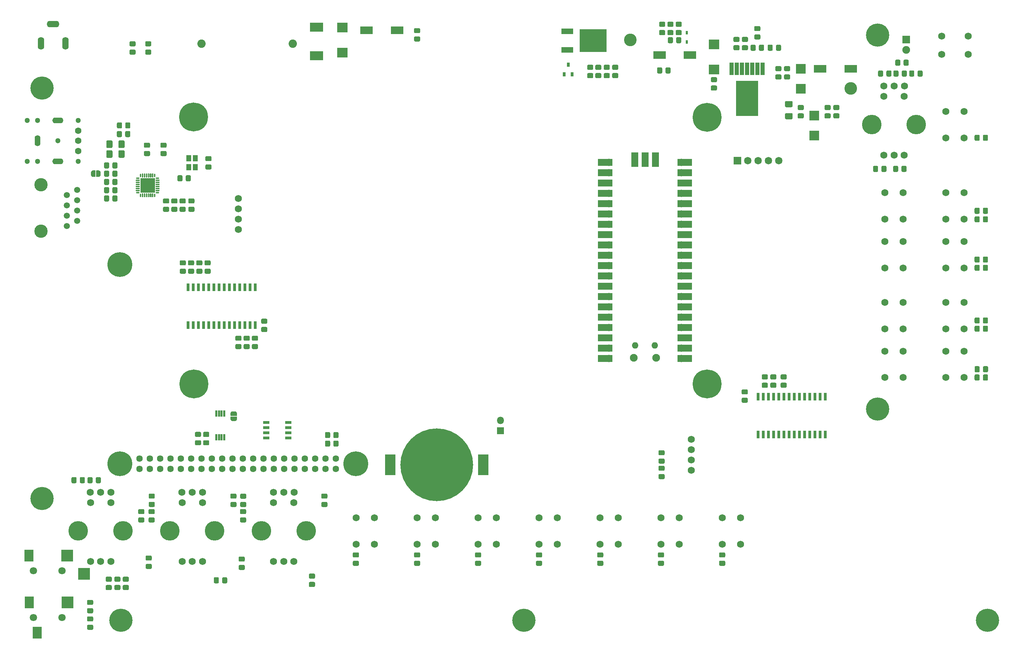
<source format=gbr>
%TF.GenerationSoftware,KiCad,Pcbnew,(5.1.6)-1*%
%TF.CreationDate,2021-02-21T00:16:36+01:00*%
%TF.ProjectId,pihpsdr Controller,70696870-7364-4722-9043-6f6e74726f6c,rev?*%
%TF.SameCoordinates,Original*%
%TF.FileFunction,Soldermask,Bot*%
%TF.FilePolarity,Negative*%
%FSLAX46Y46*%
G04 Gerber Fmt 4.6, Leading zero omitted, Abs format (unit mm)*
G04 Created by KiCad (PCBNEW (5.1.6)-1) date 2021-02-21 00:16:36*
%MOMM*%
%LPD*%
G01*
G04 APERTURE LIST*
%ADD10R,1.250000X1.500000*%
%ADD11C,17.900000*%
%ADD12R,2.600000X5.200000*%
%ADD13R,5.450000X8.640000*%
%ADD14R,0.990000X3.160000*%
%ADD15C,1.750000*%
%ADD16R,0.800000X1.100000*%
%ADD17R,2.950000X1.350000*%
%ADD18R,6.600000X5.650000*%
%ADD19R,3.100000X1.900000*%
%ADD20R,2.300000X2.900000*%
%ADD21R,2.900000X2.900000*%
%ADD22C,1.800000*%
%ADD23O,1.608000X3.116000*%
%ADD24O,3.116000X1.608000*%
%ADD25C,1.825000*%
%ADD26R,1.825000X1.825000*%
%ADD27O,2.716000X1.408000*%
%ADD28C,1.608000*%
%ADD29O,1.408000X2.716000*%
%ADD30C,1.300000*%
%ADD31C,6.100000*%
%ADD32C,1.609000*%
%ADD33C,3.270000*%
%ADD34C,1.500000*%
%ADD35R,1.625000X0.800000*%
%ADD36R,0.550000X1.575000*%
%ADD37R,0.750000X1.950000*%
%ADD38C,2.050000*%
%ADD39C,4.808000*%
%ADD40R,0.560000X0.940000*%
%ADD41R,3.250000X2.300000*%
%ADD42R,2.350000X2.450000*%
%ADD43R,2.550000X2.450000*%
%ADD44O,1.800000X1.800000*%
%ADD45R,1.800000X1.800000*%
%ADD46R,1.800000X3.600000*%
%ADD47O,1.600000X1.600000*%
%ADD48O,1.900000X1.900000*%
%ADD49R,3.600000X1.800000*%
%ADD50C,5.700000*%
%ADD51C,0.100000*%
%ADD52R,3.550000X3.550000*%
%ADD53O,0.975000X0.350000*%
%ADD54O,0.350000X0.975000*%
%ADD55C,7.100000*%
%ADD56C,3.100000*%
%ADD57C,1.900000*%
%ADD58R,1.900000X1.900000*%
G04 APERTURE END LIST*
D10*
%TO.C,Y1*%
X66618000Y-50298000D03*
X66618000Y-52498000D03*
X68218000Y-52498000D03*
X68218000Y-50298000D03*
%TD*%
D11*
%TO.C,U2*%
X127616000Y-125693000D03*
D12*
X116166000Y-125693000D03*
X139066000Y-125693000D03*
%TD*%
D13*
%TO.C,U1*%
X203863000Y-35589000D03*
D14*
X207673000Y-28284000D03*
X206403000Y-28284000D03*
X205133000Y-28284000D03*
X203863000Y-28284000D03*
X202593000Y-28284000D03*
X201323000Y-28284000D03*
X200053000Y-28284000D03*
%TD*%
D15*
%TO.C,SW16*%
X202250000Y-138750000D03*
X202250000Y-145250000D03*
X197750000Y-138750000D03*
X197750000Y-145250000D03*
%TD*%
%TO.C,SW15*%
X187250000Y-138750000D03*
X187250000Y-145250000D03*
X182750000Y-138750000D03*
X182750000Y-145250000D03*
%TD*%
%TO.C,SW14*%
X172250000Y-138750000D03*
X172250000Y-145250000D03*
X167750000Y-138750000D03*
X167750000Y-145250000D03*
%TD*%
%TO.C,SW13*%
X157250000Y-138750000D03*
X157250000Y-145250000D03*
X152750000Y-138750000D03*
X152750000Y-145250000D03*
%TD*%
%TO.C,SW12*%
X142250000Y-138750000D03*
X142250000Y-145250000D03*
X137750000Y-138750000D03*
X137750000Y-145250000D03*
%TD*%
%TO.C,SW11*%
X127250000Y-138750000D03*
X127250000Y-145250000D03*
X122750000Y-138750000D03*
X122750000Y-145250000D03*
%TD*%
%TO.C,SW10*%
X112250000Y-138750000D03*
X112250000Y-145250000D03*
X107750000Y-138750000D03*
X107750000Y-145250000D03*
%TD*%
%TO.C,SW9*%
X252750000Y-104250000D03*
X252750000Y-97750000D03*
X257250000Y-104250000D03*
X257250000Y-97750000D03*
%TD*%
%TO.C,SW8*%
X237750000Y-104250000D03*
X237750000Y-97750000D03*
X242250000Y-104250000D03*
X242250000Y-97750000D03*
%TD*%
%TO.C,SW7*%
X252750000Y-92250000D03*
X252750000Y-85750000D03*
X257250000Y-92250000D03*
X257250000Y-85750000D03*
%TD*%
%TO.C,SW6*%
X237750000Y-92250000D03*
X237750000Y-85750000D03*
X242250000Y-92250000D03*
X242250000Y-85750000D03*
%TD*%
%TO.C,SW5*%
X252750000Y-77250000D03*
X252750000Y-70750000D03*
X257250000Y-77250000D03*
X257250000Y-70750000D03*
%TD*%
%TO.C,SW4*%
X237750000Y-77250000D03*
X237750000Y-70750000D03*
X242250000Y-77250000D03*
X242250000Y-70750000D03*
%TD*%
%TO.C,SW3*%
X252750000Y-65250000D03*
X252750000Y-58750000D03*
X257250000Y-65250000D03*
X257250000Y-58750000D03*
%TD*%
%TO.C,SW2*%
X237750000Y-65250000D03*
X237750000Y-58750000D03*
X242250000Y-65250000D03*
X242250000Y-58750000D03*
%TD*%
%TO.C,SW1*%
X252750000Y-45250000D03*
X252750000Y-38750000D03*
X257250000Y-45250000D03*
X257250000Y-38750000D03*
%TD*%
%TO.C,SW0*%
X258250000Y-24750000D03*
X251750000Y-24750000D03*
X258250000Y-20250000D03*
X251750000Y-20250000D03*
%TD*%
D16*
%TO.C,Q2*%
X159921000Y-27211000D03*
X158971000Y-29611000D03*
X160871000Y-29611000D03*
%TD*%
D17*
%TO.C,Q1*%
X159667800Y-19019000D03*
D18*
X166067800Y-21299000D03*
D17*
X159667800Y-23579000D03*
%TD*%
D19*
%TO.C,L3*%
X229330000Y-28284000D03*
X221830000Y-28284000D03*
%TD*%
%TO.C,L2*%
X110324000Y-18822500D03*
X117824000Y-18822500D03*
%TD*%
%TO.C,L1*%
X182358400Y-24855000D03*
X189858400Y-24855000D03*
%TD*%
D20*
%TO.C,J9*%
X27389000Y-148100000D03*
D21*
X36789000Y-148100000D03*
X40889000Y-152550000D03*
D22*
X28489000Y-151800000D03*
X35489000Y-151800000D03*
%TD*%
D23*
%TO.C,J8*%
X36300000Y-22000000D03*
X30300000Y-22000000D03*
D24*
X33300000Y-17300000D03*
%TD*%
D25*
%TO.C,J6*%
X211690000Y-50890000D03*
X209150000Y-50890000D03*
X206610000Y-50890000D03*
X204070000Y-50890000D03*
D26*
X201530000Y-50890000D03*
%TD*%
D22*
%TO.C,J5*%
X28500000Y-163300000D03*
D20*
X29400000Y-167000000D03*
X27400000Y-159600000D03*
D21*
X36800000Y-159600000D03*
D22*
X35500000Y-163300000D03*
%TD*%
D27*
%TO.C,J4*%
X34461500Y-51000500D03*
X34461500Y-41000500D03*
D28*
X39461500Y-43500500D03*
X39461500Y-46000500D03*
X39461500Y-48500500D03*
D29*
X29461500Y-46000500D03*
D30*
X39461500Y-51000500D03*
X39461500Y-41000500D03*
X34461500Y-46000500D03*
X29461500Y-51000500D03*
X26961500Y-51000500D03*
X29461500Y-41000500D03*
X26961500Y-41000500D03*
%TD*%
D31*
%TO.C,J3*%
X49670000Y-76430000D03*
X107670000Y-125430000D03*
X49670000Y-125430000D03*
D32*
X102800000Y-124160000D03*
X100260000Y-124160000D03*
X97720000Y-124160000D03*
X95180000Y-124160000D03*
X92640000Y-124160000D03*
X90100000Y-124160000D03*
X87560000Y-124160000D03*
X85020000Y-124160000D03*
X82480000Y-124160000D03*
X79940000Y-124160000D03*
X77400000Y-124160000D03*
X74860000Y-124160000D03*
X72320000Y-124160000D03*
X69780000Y-124160000D03*
X67240000Y-124160000D03*
X64700000Y-124160000D03*
X62160000Y-124160000D03*
X59620000Y-124160000D03*
X57080000Y-124160000D03*
X54540000Y-124160000D03*
X102800000Y-126700000D03*
X100260000Y-126700000D03*
X97720000Y-126700000D03*
X95180000Y-126700000D03*
X92640000Y-126700000D03*
X90100000Y-126700000D03*
X87560000Y-126700000D03*
X85020000Y-126700000D03*
X82480000Y-126700000D03*
X79940000Y-126700000D03*
X77400000Y-126700000D03*
X74860000Y-126700000D03*
X72320000Y-126700000D03*
X69780000Y-126700000D03*
X67240000Y-126700000D03*
X64700000Y-126700000D03*
X62160000Y-126700000D03*
X59620000Y-126700000D03*
X57080000Y-126700000D03*
X54540000Y-126700000D03*
%TD*%
D15*
%TO.C,J2*%
X78848000Y-60161000D03*
X78848000Y-62701000D03*
X78848000Y-65241000D03*
X78848000Y-67781000D03*
%TD*%
D33*
%TO.C,J1*%
X30350000Y-56840000D03*
X30350000Y-68270000D03*
D34*
X39240000Y-58110000D03*
X36700000Y-59380000D03*
X39240000Y-60650000D03*
X36700000Y-61920000D03*
X39240000Y-63190000D03*
X36700000Y-64460000D03*
X39240000Y-65730000D03*
X36700000Y-67000000D03*
%TD*%
D35*
%TO.C,IC7*%
X91085000Y-119089000D03*
X91085000Y-117819000D03*
X91085000Y-116549000D03*
X91085000Y-115279000D03*
X85661000Y-115279000D03*
X85661000Y-116549000D03*
X85661000Y-117819000D03*
X85661000Y-119089000D03*
%TD*%
D36*
%TO.C,IC3*%
X75352600Y-113103000D03*
X74702600Y-113103000D03*
X74052600Y-113103000D03*
X73402600Y-113103000D03*
X73402600Y-118979000D03*
X74052600Y-118979000D03*
X74702600Y-118979000D03*
X75352600Y-118979000D03*
%TD*%
D37*
%TO.C,IC2*%
X66449000Y-91379000D03*
X67719000Y-91379000D03*
X68989000Y-91379000D03*
X70259000Y-91379000D03*
X71529000Y-91379000D03*
X72799000Y-91379000D03*
X74069000Y-91379000D03*
X75339000Y-91379000D03*
X76609000Y-91379000D03*
X77879000Y-91379000D03*
X79149000Y-91379000D03*
X80419000Y-91379000D03*
X81689000Y-91379000D03*
X82959000Y-91379000D03*
X82959000Y-82029000D03*
X81689000Y-82029000D03*
X80419000Y-82029000D03*
X79149000Y-82029000D03*
X77879000Y-82029000D03*
X76609000Y-82029000D03*
X75339000Y-82029000D03*
X74069000Y-82029000D03*
X72799000Y-82029000D03*
X71529000Y-82029000D03*
X70259000Y-82029000D03*
X68989000Y-82029000D03*
X67719000Y-82029000D03*
X66449000Y-82029000D03*
%TD*%
%TO.C,IC1*%
X223120000Y-108953000D03*
X221850000Y-108953000D03*
X220580000Y-108953000D03*
X219310000Y-108953000D03*
X218040000Y-108953000D03*
X216770000Y-108953000D03*
X215500000Y-108953000D03*
X214230000Y-108953000D03*
X212960000Y-108953000D03*
X211690000Y-108953000D03*
X210420000Y-108953000D03*
X209150000Y-108953000D03*
X207880000Y-108953000D03*
X206610000Y-108953000D03*
X206610000Y-118303000D03*
X207880000Y-118303000D03*
X209150000Y-118303000D03*
X210420000Y-118303000D03*
X211690000Y-118303000D03*
X212960000Y-118303000D03*
X214230000Y-118303000D03*
X215500000Y-118303000D03*
X216770000Y-118303000D03*
X218040000Y-118303000D03*
X219310000Y-118303000D03*
X220580000Y-118303000D03*
X221850000Y-118303000D03*
X223120000Y-118303000D03*
%TD*%
D38*
%TO.C,F1*%
X69740500Y-22061000D03*
X92240500Y-22061000D03*
%TD*%
D39*
%TO.C,ENC5*%
X245500000Y-42000000D03*
X234500000Y-42000000D03*
D15*
X242500000Y-35000000D03*
X237500000Y-35000000D03*
X240000000Y-32500000D03*
X240000000Y-49500000D03*
X242540000Y-32500000D03*
X242500000Y-49500000D03*
X237460000Y-32500000D03*
X237500000Y-49500000D03*
%TD*%
D39*
%TO.C,ENC4*%
X95500000Y-142000000D03*
X84500000Y-142000000D03*
D15*
X92500000Y-135000000D03*
X87500000Y-135000000D03*
X90000000Y-132500000D03*
X90000000Y-149500000D03*
X92540000Y-132500000D03*
X92500000Y-149500000D03*
X87460000Y-132500000D03*
X87500000Y-149500000D03*
%TD*%
D39*
%TO.C,ENC3*%
X73000000Y-142000000D03*
X62000000Y-142000000D03*
D15*
X70000000Y-135000000D03*
X65000000Y-135000000D03*
X67500000Y-132500000D03*
X67500000Y-149500000D03*
X70040000Y-132500000D03*
X70000000Y-149500000D03*
X64960000Y-132500000D03*
X65000000Y-149500000D03*
%TD*%
D39*
%TO.C,ENC2*%
X50500000Y-142000000D03*
X39500000Y-142000000D03*
D15*
X47500000Y-135000000D03*
X42500000Y-135000000D03*
X45000000Y-132500000D03*
X45000000Y-149500000D03*
X47540000Y-132500000D03*
X47500000Y-149500000D03*
X42460000Y-132500000D03*
X42500000Y-149500000D03*
%TD*%
%TO.C,ENC1*%
X190147000Y-127090000D03*
X190147000Y-124550000D03*
X190147000Y-122010000D03*
X190147000Y-119470000D03*
%TD*%
D40*
%TO.C,D3*%
X189054800Y-21661600D03*
X189054800Y-19361600D03*
%TD*%
D41*
%TO.C,D2*%
X98072000Y-25053000D03*
X98072000Y-18053000D03*
%TD*%
D42*
%TO.C,C32*%
X220373000Y-44704000D03*
X220373000Y-39804000D03*
%TD*%
%TO.C,C29*%
X217071000Y-33147000D03*
X217071000Y-28247000D03*
%TD*%
D43*
%TO.C,C22*%
X195735000Y-22263000D03*
X195735000Y-28463000D03*
%TD*%
%TO.C,C18*%
X104422000Y-24272000D03*
X104422000Y-18072000D03*
%TD*%
%TO.C,C34*%
G36*
G01*
X214807456Y-37719000D02*
X213492544Y-37719000D01*
G75*
G02*
X213225000Y-37451456I0J267544D01*
G01*
X213225000Y-36461544D01*
G75*
G02*
X213492544Y-36194000I267544J0D01*
G01*
X214807456Y-36194000D01*
G75*
G02*
X215075000Y-36461544I0J-267544D01*
G01*
X215075000Y-37451456D01*
G75*
G02*
X214807456Y-37719000I-267544J0D01*
G01*
G37*
G36*
G01*
X214807456Y-40694000D02*
X213492544Y-40694000D01*
G75*
G02*
X213225000Y-40426456I0J267544D01*
G01*
X213225000Y-39436544D01*
G75*
G02*
X213492544Y-39169000I267544J0D01*
G01*
X214807456Y-39169000D01*
G75*
G02*
X215075000Y-39436544I0J-267544D01*
G01*
X215075000Y-40426456D01*
G75*
G02*
X214807456Y-40694000I-267544J0D01*
G01*
G37*
%TD*%
%TO.C,C8*%
G36*
G01*
X49347000Y-49896456D02*
X49347000Y-48581544D01*
G75*
G02*
X49614544Y-48314000I267544J0D01*
G01*
X50604456Y-48314000D01*
G75*
G02*
X50872000Y-48581544I0J-267544D01*
G01*
X50872000Y-49896456D01*
G75*
G02*
X50604456Y-50164000I-267544J0D01*
G01*
X49614544Y-50164000D01*
G75*
G02*
X49347000Y-49896456I0J267544D01*
G01*
G37*
G36*
G01*
X46372000Y-49896456D02*
X46372000Y-48581544D01*
G75*
G02*
X46639544Y-48314000I267544J0D01*
G01*
X47629456Y-48314000D01*
G75*
G02*
X47897000Y-48581544I0J-267544D01*
G01*
X47897000Y-49896456D01*
G75*
G02*
X47629456Y-50164000I-267544J0D01*
G01*
X46639544Y-50164000D01*
G75*
G02*
X46372000Y-49896456I0J267544D01*
G01*
G37*
%TD*%
%TO.C,C7*%
G36*
G01*
X49347000Y-47483456D02*
X49347000Y-46168544D01*
G75*
G02*
X49614544Y-45901000I267544J0D01*
G01*
X50604456Y-45901000D01*
G75*
G02*
X50872000Y-46168544I0J-267544D01*
G01*
X50872000Y-47483456D01*
G75*
G02*
X50604456Y-47751000I-267544J0D01*
G01*
X49614544Y-47751000D01*
G75*
G02*
X49347000Y-47483456I0J267544D01*
G01*
G37*
G36*
G01*
X46372000Y-47483456D02*
X46372000Y-46168544D01*
G75*
G02*
X46639544Y-45901000I267544J0D01*
G01*
X47629456Y-45901000D01*
G75*
G02*
X47897000Y-46168544I0J-267544D01*
G01*
X47897000Y-47483456D01*
G75*
G02*
X47629456Y-47751000I-267544J0D01*
G01*
X46639544Y-47751000D01*
G75*
G02*
X46372000Y-47483456I0J267544D01*
G01*
G37*
%TD*%
%TO.C,R69*%
G36*
G01*
X182382738Y-127998000D02*
X183339262Y-127998000D01*
G75*
G02*
X183611000Y-128269738I0J-271738D01*
G01*
X183611000Y-128976262D01*
G75*
G02*
X183339262Y-129248000I-271738J0D01*
G01*
X182382738Y-129248000D01*
G75*
G02*
X182111000Y-128976262I0J271738D01*
G01*
X182111000Y-128269738D01*
G75*
G02*
X182382738Y-127998000I271738J0D01*
G01*
G37*
G36*
G01*
X182382738Y-125948000D02*
X183339262Y-125948000D01*
G75*
G02*
X183611000Y-126219738I0J-271738D01*
G01*
X183611000Y-126926262D01*
G75*
G02*
X183339262Y-127198000I-271738J0D01*
G01*
X182382738Y-127198000D01*
G75*
G02*
X182111000Y-126926262I0J271738D01*
G01*
X182111000Y-126219738D01*
G75*
G02*
X182382738Y-125948000I271738J0D01*
G01*
G37*
%TD*%
%TO.C,R68*%
G36*
G01*
X183339262Y-123388000D02*
X182382738Y-123388000D01*
G75*
G02*
X182111000Y-123116262I0J271738D01*
G01*
X182111000Y-122409738D01*
G75*
G02*
X182382738Y-122138000I271738J0D01*
G01*
X183339262Y-122138000D01*
G75*
G02*
X183611000Y-122409738I0J-271738D01*
G01*
X183611000Y-123116262D01*
G75*
G02*
X183339262Y-123388000I-271738J0D01*
G01*
G37*
G36*
G01*
X183339262Y-125438000D02*
X182382738Y-125438000D01*
G75*
G02*
X182111000Y-125166262I0J271738D01*
G01*
X182111000Y-124459738D01*
G75*
G02*
X182382738Y-124188000I271738J0D01*
G01*
X183339262Y-124188000D01*
G75*
G02*
X183611000Y-124459738I0J-271738D01*
G01*
X183611000Y-125166262D01*
G75*
G02*
X183339262Y-125438000I-271738J0D01*
G01*
G37*
%TD*%
D44*
%TO.C,J7*%
X143300500Y-114834500D03*
D45*
X143300500Y-117374500D03*
%TD*%
%TO.C,R67*%
G36*
G01*
X42877262Y-160209000D02*
X41920738Y-160209000D01*
G75*
G02*
X41649000Y-159937262I0J271738D01*
G01*
X41649000Y-159230738D01*
G75*
G02*
X41920738Y-158959000I271738J0D01*
G01*
X42877262Y-158959000D01*
G75*
G02*
X43149000Y-159230738I0J-271738D01*
G01*
X43149000Y-159937262D01*
G75*
G02*
X42877262Y-160209000I-271738J0D01*
G01*
G37*
G36*
G01*
X42877262Y-162259000D02*
X41920738Y-162259000D01*
G75*
G02*
X41649000Y-161987262I0J271738D01*
G01*
X41649000Y-161280738D01*
G75*
G02*
X41920738Y-161009000I271738J0D01*
G01*
X42877262Y-161009000D01*
G75*
G02*
X43149000Y-161280738I0J-271738D01*
G01*
X43149000Y-161987262D01*
G75*
G02*
X42877262Y-162259000I-271738J0D01*
G01*
G37*
%TD*%
%TO.C,R66*%
G36*
G01*
X41920738Y-165082000D02*
X42877262Y-165082000D01*
G75*
G02*
X43149000Y-165353738I0J-271738D01*
G01*
X43149000Y-166060262D01*
G75*
G02*
X42877262Y-166332000I-271738J0D01*
G01*
X41920738Y-166332000D01*
G75*
G02*
X41649000Y-166060262I0J271738D01*
G01*
X41649000Y-165353738D01*
G75*
G02*
X41920738Y-165082000I271738J0D01*
G01*
G37*
G36*
G01*
X41920738Y-163032000D02*
X42877262Y-163032000D01*
G75*
G02*
X43149000Y-163303738I0J-271738D01*
G01*
X43149000Y-164010262D01*
G75*
G02*
X42877262Y-164282000I-271738J0D01*
G01*
X41920738Y-164282000D01*
G75*
G02*
X41649000Y-164010262I0J271738D01*
G01*
X41649000Y-163303738D01*
G75*
G02*
X41920738Y-163032000I271738J0D01*
G01*
G37*
%TD*%
D44*
%TO.C,IC8*%
X181337000Y-51501000D03*
D46*
X181337000Y-50601000D03*
D45*
X178797000Y-51501000D03*
D46*
X178797000Y-50601000D03*
D44*
X176257000Y-51501000D03*
D46*
X176257000Y-50601000D03*
D47*
X181222000Y-96371000D03*
X176372000Y-96371000D03*
D48*
X181522000Y-99401000D03*
X176072000Y-99401000D03*
D49*
X188587000Y-51271000D03*
X188587000Y-53811000D03*
X188587000Y-56351000D03*
X188587000Y-58891000D03*
X188587000Y-61431000D03*
X188587000Y-63971000D03*
X188587000Y-66511000D03*
X188587000Y-69051000D03*
X188587000Y-71591000D03*
X188587000Y-74131000D03*
X188587000Y-76671000D03*
X188587000Y-79211000D03*
X188587000Y-81751000D03*
X188587000Y-84291000D03*
X188587000Y-86831000D03*
X188587000Y-89371000D03*
X188587000Y-91911000D03*
X188587000Y-94451000D03*
X188587000Y-96991000D03*
X188587000Y-99531000D03*
X169007000Y-51271000D03*
X169007000Y-53811000D03*
X169007000Y-56351000D03*
X169007000Y-58891000D03*
X169007000Y-61431000D03*
X169007000Y-63971000D03*
X169007000Y-66511000D03*
X169007000Y-69051000D03*
X169007000Y-71591000D03*
X169007000Y-74131000D03*
X169007000Y-76671000D03*
X169007000Y-79211000D03*
X169007000Y-81751000D03*
X169007000Y-84291000D03*
X169007000Y-86831000D03*
X169007000Y-89371000D03*
X169007000Y-91911000D03*
X169007000Y-94451000D03*
X169007000Y-96991000D03*
X169007000Y-99531000D03*
D44*
X187687000Y-99531000D03*
X187687000Y-96991000D03*
D45*
X187687000Y-94451000D03*
D44*
X187687000Y-91911000D03*
X187687000Y-89371000D03*
X187687000Y-86831000D03*
X187687000Y-84291000D03*
D45*
X187687000Y-81751000D03*
D44*
X187687000Y-79211000D03*
X187687000Y-76671000D03*
X187687000Y-74131000D03*
X187687000Y-71591000D03*
D45*
X187687000Y-69051000D03*
D44*
X187687000Y-66511000D03*
X187687000Y-63971000D03*
X187687000Y-61431000D03*
X187687000Y-58891000D03*
D45*
X187687000Y-56351000D03*
D44*
X187687000Y-53811000D03*
X187687000Y-51271000D03*
X169907000Y-51271000D03*
X169907000Y-53811000D03*
D45*
X169907000Y-56351000D03*
D44*
X169907000Y-58891000D03*
X169907000Y-61431000D03*
X169907000Y-63971000D03*
X169907000Y-66511000D03*
D45*
X169907000Y-69051000D03*
D44*
X169907000Y-71591000D03*
X169907000Y-74131000D03*
X169907000Y-76671000D03*
X169907000Y-79211000D03*
D45*
X169907000Y-81751000D03*
D44*
X169907000Y-84291000D03*
X169907000Y-86831000D03*
X169907000Y-89371000D03*
X169907000Y-91911000D03*
D45*
X169907000Y-94451000D03*
D44*
X169907000Y-96991000D03*
X169907000Y-99531000D03*
%TD*%
D50*
%TO.C,H11*%
X236000000Y-112000000D03*
%TD*%
%TO.C,H9*%
X30600000Y-134000000D03*
%TD*%
%TO.C,R65*%
G36*
G01*
X197288738Y-149325000D02*
X198245262Y-149325000D01*
G75*
G02*
X198517000Y-149596738I0J-271738D01*
G01*
X198517000Y-150303262D01*
G75*
G02*
X198245262Y-150575000I-271738J0D01*
G01*
X197288738Y-150575000D01*
G75*
G02*
X197017000Y-150303262I0J271738D01*
G01*
X197017000Y-149596738D01*
G75*
G02*
X197288738Y-149325000I271738J0D01*
G01*
G37*
G36*
G01*
X197288738Y-147275000D02*
X198245262Y-147275000D01*
G75*
G02*
X198517000Y-147546738I0J-271738D01*
G01*
X198517000Y-148253262D01*
G75*
G02*
X198245262Y-148525000I-271738J0D01*
G01*
X197288738Y-148525000D01*
G75*
G02*
X197017000Y-148253262I0J271738D01*
G01*
X197017000Y-147546738D01*
G75*
G02*
X197288738Y-147275000I271738J0D01*
G01*
G37*
%TD*%
%TO.C,R54*%
G36*
G01*
X182239238Y-149325000D02*
X183195762Y-149325000D01*
G75*
G02*
X183467500Y-149596738I0J-271738D01*
G01*
X183467500Y-150303262D01*
G75*
G02*
X183195762Y-150575000I-271738J0D01*
G01*
X182239238Y-150575000D01*
G75*
G02*
X181967500Y-150303262I0J271738D01*
G01*
X181967500Y-149596738D01*
G75*
G02*
X182239238Y-149325000I271738J0D01*
G01*
G37*
G36*
G01*
X182239238Y-147275000D02*
X183195762Y-147275000D01*
G75*
G02*
X183467500Y-147546738I0J-271738D01*
G01*
X183467500Y-148253262D01*
G75*
G02*
X183195762Y-148525000I-271738J0D01*
G01*
X182239238Y-148525000D01*
G75*
G02*
X181967500Y-148253262I0J271738D01*
G01*
X181967500Y-147546738D01*
G75*
G02*
X182239238Y-147275000I271738J0D01*
G01*
G37*
%TD*%
%TO.C,R53*%
G36*
G01*
X167316738Y-149325000D02*
X168273262Y-149325000D01*
G75*
G02*
X168545000Y-149596738I0J-271738D01*
G01*
X168545000Y-150303262D01*
G75*
G02*
X168273262Y-150575000I-271738J0D01*
G01*
X167316738Y-150575000D01*
G75*
G02*
X167045000Y-150303262I0J271738D01*
G01*
X167045000Y-149596738D01*
G75*
G02*
X167316738Y-149325000I271738J0D01*
G01*
G37*
G36*
G01*
X167316738Y-147275000D02*
X168273262Y-147275000D01*
G75*
G02*
X168545000Y-147546738I0J-271738D01*
G01*
X168545000Y-148253262D01*
G75*
G02*
X168273262Y-148525000I-271738J0D01*
G01*
X167316738Y-148525000D01*
G75*
G02*
X167045000Y-148253262I0J271738D01*
G01*
X167045000Y-147546738D01*
G75*
G02*
X167316738Y-147275000I271738J0D01*
G01*
G37*
%TD*%
%TO.C,R52*%
G36*
G01*
X152267238Y-149325000D02*
X153223762Y-149325000D01*
G75*
G02*
X153495500Y-149596738I0J-271738D01*
G01*
X153495500Y-150303262D01*
G75*
G02*
X153223762Y-150575000I-271738J0D01*
G01*
X152267238Y-150575000D01*
G75*
G02*
X151995500Y-150303262I0J271738D01*
G01*
X151995500Y-149596738D01*
G75*
G02*
X152267238Y-149325000I271738J0D01*
G01*
G37*
G36*
G01*
X152267238Y-147275000D02*
X153223762Y-147275000D01*
G75*
G02*
X153495500Y-147546738I0J-271738D01*
G01*
X153495500Y-148253262D01*
G75*
G02*
X153223762Y-148525000I-271738J0D01*
G01*
X152267238Y-148525000D01*
G75*
G02*
X151995500Y-148253262I0J271738D01*
G01*
X151995500Y-147546738D01*
G75*
G02*
X152267238Y-147275000I271738J0D01*
G01*
G37*
%TD*%
%TO.C,R51*%
G36*
G01*
X137281238Y-149325000D02*
X138237762Y-149325000D01*
G75*
G02*
X138509500Y-149596738I0J-271738D01*
G01*
X138509500Y-150303262D01*
G75*
G02*
X138237762Y-150575000I-271738J0D01*
G01*
X137281238Y-150575000D01*
G75*
G02*
X137009500Y-150303262I0J271738D01*
G01*
X137009500Y-149596738D01*
G75*
G02*
X137281238Y-149325000I271738J0D01*
G01*
G37*
G36*
G01*
X137281238Y-147275000D02*
X138237762Y-147275000D01*
G75*
G02*
X138509500Y-147546738I0J-271738D01*
G01*
X138509500Y-148253262D01*
G75*
G02*
X138237762Y-148525000I-271738J0D01*
G01*
X137281238Y-148525000D01*
G75*
G02*
X137009500Y-148253262I0J271738D01*
G01*
X137009500Y-147546738D01*
G75*
G02*
X137281238Y-147275000I271738J0D01*
G01*
G37*
%TD*%
%TO.C,R50*%
G36*
G01*
X122295238Y-149325000D02*
X123251762Y-149325000D01*
G75*
G02*
X123523500Y-149596738I0J-271738D01*
G01*
X123523500Y-150303262D01*
G75*
G02*
X123251762Y-150575000I-271738J0D01*
G01*
X122295238Y-150575000D01*
G75*
G02*
X122023500Y-150303262I0J271738D01*
G01*
X122023500Y-149596738D01*
G75*
G02*
X122295238Y-149325000I271738J0D01*
G01*
G37*
G36*
G01*
X122295238Y-147275000D02*
X123251762Y-147275000D01*
G75*
G02*
X123523500Y-147546738I0J-271738D01*
G01*
X123523500Y-148253262D01*
G75*
G02*
X123251762Y-148525000I-271738J0D01*
G01*
X122295238Y-148525000D01*
G75*
G02*
X122023500Y-148253262I0J271738D01*
G01*
X122023500Y-147546738D01*
G75*
G02*
X122295238Y-147275000I271738J0D01*
G01*
G37*
%TD*%
%TO.C,R44*%
G36*
G01*
X107245738Y-149325000D02*
X108202262Y-149325000D01*
G75*
G02*
X108474000Y-149596738I0J-271738D01*
G01*
X108474000Y-150303262D01*
G75*
G02*
X108202262Y-150575000I-271738J0D01*
G01*
X107245738Y-150575000D01*
G75*
G02*
X106974000Y-150303262I0J271738D01*
G01*
X106974000Y-149596738D01*
G75*
G02*
X107245738Y-149325000I271738J0D01*
G01*
G37*
G36*
G01*
X107245738Y-147275000D02*
X108202262Y-147275000D01*
G75*
G02*
X108474000Y-147546738I0J-271738D01*
G01*
X108474000Y-148253262D01*
G75*
G02*
X108202262Y-148525000I-271738J0D01*
G01*
X107245738Y-148525000D01*
G75*
G02*
X106974000Y-148253262I0J271738D01*
G01*
X106974000Y-147546738D01*
G75*
G02*
X107245738Y-147275000I271738J0D01*
G01*
G37*
%TD*%
%TO.C,R26*%
G36*
G01*
X261857500Y-104708262D02*
X261857500Y-103751738D01*
G75*
G02*
X262129238Y-103480000I271738J0D01*
G01*
X262835762Y-103480000D01*
G75*
G02*
X263107500Y-103751738I0J-271738D01*
G01*
X263107500Y-104708262D01*
G75*
G02*
X262835762Y-104980000I-271738J0D01*
G01*
X262129238Y-104980000D01*
G75*
G02*
X261857500Y-104708262I0J271738D01*
G01*
G37*
G36*
G01*
X259807500Y-104708262D02*
X259807500Y-103751738D01*
G75*
G02*
X260079238Y-103480000I271738J0D01*
G01*
X260785762Y-103480000D01*
G75*
G02*
X261057500Y-103751738I0J-271738D01*
G01*
X261057500Y-104708262D01*
G75*
G02*
X260785762Y-104980000I-271738J0D01*
G01*
X260079238Y-104980000D01*
G75*
G02*
X259807500Y-104708262I0J271738D01*
G01*
G37*
%TD*%
%TO.C,R25*%
G36*
G01*
X261866500Y-102676262D02*
X261866500Y-101719738D01*
G75*
G02*
X262138238Y-101448000I271738J0D01*
G01*
X262844762Y-101448000D01*
G75*
G02*
X263116500Y-101719738I0J-271738D01*
G01*
X263116500Y-102676262D01*
G75*
G02*
X262844762Y-102948000I-271738J0D01*
G01*
X262138238Y-102948000D01*
G75*
G02*
X261866500Y-102676262I0J271738D01*
G01*
G37*
G36*
G01*
X259816500Y-102676262D02*
X259816500Y-101719738D01*
G75*
G02*
X260088238Y-101448000I271738J0D01*
G01*
X260794762Y-101448000D01*
G75*
G02*
X261066500Y-101719738I0J-271738D01*
G01*
X261066500Y-102676262D01*
G75*
G02*
X260794762Y-102948000I-271738J0D01*
G01*
X260088238Y-102948000D01*
G75*
G02*
X259816500Y-102676262I0J271738D01*
G01*
G37*
%TD*%
%TO.C,R24*%
G36*
G01*
X261857500Y-92706762D02*
X261857500Y-91750238D01*
G75*
G02*
X262129238Y-91478500I271738J0D01*
G01*
X262835762Y-91478500D01*
G75*
G02*
X263107500Y-91750238I0J-271738D01*
G01*
X263107500Y-92706762D01*
G75*
G02*
X262835762Y-92978500I-271738J0D01*
G01*
X262129238Y-92978500D01*
G75*
G02*
X261857500Y-92706762I0J271738D01*
G01*
G37*
G36*
G01*
X259807500Y-92706762D02*
X259807500Y-91750238D01*
G75*
G02*
X260079238Y-91478500I271738J0D01*
G01*
X260785762Y-91478500D01*
G75*
G02*
X261057500Y-91750238I0J-271738D01*
G01*
X261057500Y-92706762D01*
G75*
G02*
X260785762Y-92978500I-271738J0D01*
G01*
X260079238Y-92978500D01*
G75*
G02*
X259807500Y-92706762I0J271738D01*
G01*
G37*
%TD*%
%TO.C,R23*%
G36*
G01*
X261857500Y-90674762D02*
X261857500Y-89718238D01*
G75*
G02*
X262129238Y-89446500I271738J0D01*
G01*
X262835762Y-89446500D01*
G75*
G02*
X263107500Y-89718238I0J-271738D01*
G01*
X263107500Y-90674762D01*
G75*
G02*
X262835762Y-90946500I-271738J0D01*
G01*
X262129238Y-90946500D01*
G75*
G02*
X261857500Y-90674762I0J271738D01*
G01*
G37*
G36*
G01*
X259807500Y-90674762D02*
X259807500Y-89718238D01*
G75*
G02*
X260079238Y-89446500I271738J0D01*
G01*
X260785762Y-89446500D01*
G75*
G02*
X261057500Y-89718238I0J-271738D01*
G01*
X261057500Y-90674762D01*
G75*
G02*
X260785762Y-90946500I-271738J0D01*
G01*
X260079238Y-90946500D01*
G75*
G02*
X259807500Y-90674762I0J271738D01*
G01*
G37*
%TD*%
%TO.C,R22*%
G36*
G01*
X261857500Y-77720762D02*
X261857500Y-76764238D01*
G75*
G02*
X262129238Y-76492500I271738J0D01*
G01*
X262835762Y-76492500D01*
G75*
G02*
X263107500Y-76764238I0J-271738D01*
G01*
X263107500Y-77720762D01*
G75*
G02*
X262835762Y-77992500I-271738J0D01*
G01*
X262129238Y-77992500D01*
G75*
G02*
X261857500Y-77720762I0J271738D01*
G01*
G37*
G36*
G01*
X259807500Y-77720762D02*
X259807500Y-76764238D01*
G75*
G02*
X260079238Y-76492500I271738J0D01*
G01*
X260785762Y-76492500D01*
G75*
G02*
X261057500Y-76764238I0J-271738D01*
G01*
X261057500Y-77720762D01*
G75*
G02*
X260785762Y-77992500I-271738J0D01*
G01*
X260079238Y-77992500D01*
G75*
G02*
X259807500Y-77720762I0J271738D01*
G01*
G37*
%TD*%
%TO.C,R21*%
G36*
G01*
X261848500Y-75688762D02*
X261848500Y-74732238D01*
G75*
G02*
X262120238Y-74460500I271738J0D01*
G01*
X262826762Y-74460500D01*
G75*
G02*
X263098500Y-74732238I0J-271738D01*
G01*
X263098500Y-75688762D01*
G75*
G02*
X262826762Y-75960500I-271738J0D01*
G01*
X262120238Y-75960500D01*
G75*
G02*
X261848500Y-75688762I0J271738D01*
G01*
G37*
G36*
G01*
X259798500Y-75688762D02*
X259798500Y-74732238D01*
G75*
G02*
X260070238Y-74460500I271738J0D01*
G01*
X260776762Y-74460500D01*
G75*
G02*
X261048500Y-74732238I0J-271738D01*
G01*
X261048500Y-75688762D01*
G75*
G02*
X260776762Y-75960500I-271738J0D01*
G01*
X260070238Y-75960500D01*
G75*
G02*
X259798500Y-75688762I0J271738D01*
G01*
G37*
%TD*%
%TO.C,R20*%
G36*
G01*
X261857500Y-65782762D02*
X261857500Y-64826238D01*
G75*
G02*
X262129238Y-64554500I271738J0D01*
G01*
X262835762Y-64554500D01*
G75*
G02*
X263107500Y-64826238I0J-271738D01*
G01*
X263107500Y-65782762D01*
G75*
G02*
X262835762Y-66054500I-271738J0D01*
G01*
X262129238Y-66054500D01*
G75*
G02*
X261857500Y-65782762I0J271738D01*
G01*
G37*
G36*
G01*
X259807500Y-65782762D02*
X259807500Y-64826238D01*
G75*
G02*
X260079238Y-64554500I271738J0D01*
G01*
X260785762Y-64554500D01*
G75*
G02*
X261057500Y-64826238I0J-271738D01*
G01*
X261057500Y-65782762D01*
G75*
G02*
X260785762Y-66054500I-271738J0D01*
G01*
X260079238Y-66054500D01*
G75*
G02*
X259807500Y-65782762I0J271738D01*
G01*
G37*
%TD*%
%TO.C,R19*%
G36*
G01*
X261857500Y-63687262D02*
X261857500Y-62730738D01*
G75*
G02*
X262129238Y-62459000I271738J0D01*
G01*
X262835762Y-62459000D01*
G75*
G02*
X263107500Y-62730738I0J-271738D01*
G01*
X263107500Y-63687262D01*
G75*
G02*
X262835762Y-63959000I-271738J0D01*
G01*
X262129238Y-63959000D01*
G75*
G02*
X261857500Y-63687262I0J271738D01*
G01*
G37*
G36*
G01*
X259807500Y-63687262D02*
X259807500Y-62730738D01*
G75*
G02*
X260079238Y-62459000I271738J0D01*
G01*
X260785762Y-62459000D01*
G75*
G02*
X261057500Y-62730738I0J-271738D01*
G01*
X261057500Y-63687262D01*
G75*
G02*
X260785762Y-63959000I-271738J0D01*
G01*
X260079238Y-63959000D01*
G75*
G02*
X259807500Y-63687262I0J271738D01*
G01*
G37*
%TD*%
%TO.C,R18*%
G36*
G01*
X261857500Y-45716762D02*
X261857500Y-44760238D01*
G75*
G02*
X262129238Y-44488500I271738J0D01*
G01*
X262835762Y-44488500D01*
G75*
G02*
X263107500Y-44760238I0J-271738D01*
G01*
X263107500Y-45716762D01*
G75*
G02*
X262835762Y-45988500I-271738J0D01*
G01*
X262129238Y-45988500D01*
G75*
G02*
X261857500Y-45716762I0J271738D01*
G01*
G37*
G36*
G01*
X259807500Y-45716762D02*
X259807500Y-44760238D01*
G75*
G02*
X260079238Y-44488500I271738J0D01*
G01*
X260785762Y-44488500D01*
G75*
G02*
X261057500Y-44760238I0J-271738D01*
G01*
X261057500Y-45716762D01*
G75*
G02*
X260785762Y-45988500I-271738J0D01*
G01*
X260079238Y-45988500D01*
G75*
G02*
X259807500Y-45716762I0J271738D01*
G01*
G37*
%TD*%
%TO.C,C35*%
G36*
G01*
X84719738Y-91803000D02*
X85676262Y-91803000D01*
G75*
G02*
X85948000Y-92074738I0J-271738D01*
G01*
X85948000Y-92781262D01*
G75*
G02*
X85676262Y-93053000I-271738J0D01*
G01*
X84719738Y-93053000D01*
G75*
G02*
X84448000Y-92781262I0J271738D01*
G01*
X84448000Y-92074738D01*
G75*
G02*
X84719738Y-91803000I271738J0D01*
G01*
G37*
G36*
G01*
X84719738Y-89753000D02*
X85676262Y-89753000D01*
G75*
G02*
X85948000Y-90024738I0J-271738D01*
G01*
X85948000Y-90731262D01*
G75*
G02*
X85676262Y-91003000I-271738J0D01*
G01*
X84719738Y-91003000D01*
G75*
G02*
X84448000Y-90731262I0J271738D01*
G01*
X84448000Y-90024738D01*
G75*
G02*
X84719738Y-89753000I271738J0D01*
G01*
G37*
%TD*%
%TO.C,C16*%
G36*
G01*
X81358262Y-95194000D02*
X80401738Y-95194000D01*
G75*
G02*
X80130000Y-94922262I0J271738D01*
G01*
X80130000Y-94215738D01*
G75*
G02*
X80401738Y-93944000I271738J0D01*
G01*
X81358262Y-93944000D01*
G75*
G02*
X81630000Y-94215738I0J-271738D01*
G01*
X81630000Y-94922262D01*
G75*
G02*
X81358262Y-95194000I-271738J0D01*
G01*
G37*
G36*
G01*
X81358262Y-97244000D02*
X80401738Y-97244000D01*
G75*
G02*
X80130000Y-96972262I0J271738D01*
G01*
X80130000Y-96265738D01*
G75*
G02*
X80401738Y-95994000I271738J0D01*
G01*
X81358262Y-95994000D01*
G75*
G02*
X81630000Y-96265738I0J-271738D01*
G01*
X81630000Y-96972262D01*
G75*
G02*
X81358262Y-97244000I-271738J0D01*
G01*
G37*
%TD*%
%TO.C,C15*%
G36*
G01*
X208722762Y-104719000D02*
X207766238Y-104719000D01*
G75*
G02*
X207494500Y-104447262I0J271738D01*
G01*
X207494500Y-103740738D01*
G75*
G02*
X207766238Y-103469000I271738J0D01*
G01*
X208722762Y-103469000D01*
G75*
G02*
X208994500Y-103740738I0J-271738D01*
G01*
X208994500Y-104447262D01*
G75*
G02*
X208722762Y-104719000I-271738J0D01*
G01*
G37*
G36*
G01*
X208722762Y-106769000D02*
X207766238Y-106769000D01*
G75*
G02*
X207494500Y-106497262I0J271738D01*
G01*
X207494500Y-105790738D01*
G75*
G02*
X207766238Y-105519000I271738J0D01*
G01*
X208722762Y-105519000D01*
G75*
G02*
X208994500Y-105790738I0J-271738D01*
G01*
X208994500Y-106497262D01*
G75*
G02*
X208722762Y-106769000I-271738J0D01*
G01*
G37*
%TD*%
%TO.C,C1*%
G36*
G01*
X202829738Y-109202000D02*
X203786262Y-109202000D01*
G75*
G02*
X204058000Y-109473738I0J-271738D01*
G01*
X204058000Y-110180262D01*
G75*
G02*
X203786262Y-110452000I-271738J0D01*
G01*
X202829738Y-110452000D01*
G75*
G02*
X202558000Y-110180262I0J271738D01*
G01*
X202558000Y-109473738D01*
G75*
G02*
X202829738Y-109202000I271738J0D01*
G01*
G37*
G36*
G01*
X202829738Y-107152000D02*
X203786262Y-107152000D01*
G75*
G02*
X204058000Y-107423738I0J-271738D01*
G01*
X204058000Y-108130262D01*
G75*
G02*
X203786262Y-108402000I-271738J0D01*
G01*
X202829738Y-108402000D01*
G75*
G02*
X202558000Y-108130262I0J271738D01*
G01*
X202558000Y-107423738D01*
G75*
G02*
X202829738Y-107152000I271738J0D01*
G01*
G37*
%TD*%
%TO.C,R17*%
G36*
G01*
X83390262Y-95194000D02*
X82433738Y-95194000D01*
G75*
G02*
X82162000Y-94922262I0J271738D01*
G01*
X82162000Y-94215738D01*
G75*
G02*
X82433738Y-93944000I271738J0D01*
G01*
X83390262Y-93944000D01*
G75*
G02*
X83662000Y-94215738I0J-271738D01*
G01*
X83662000Y-94922262D01*
G75*
G02*
X83390262Y-95194000I-271738J0D01*
G01*
G37*
G36*
G01*
X83390262Y-97244000D02*
X82433738Y-97244000D01*
G75*
G02*
X82162000Y-96972262I0J271738D01*
G01*
X82162000Y-96265738D01*
G75*
G02*
X82433738Y-95994000I271738J0D01*
G01*
X83390262Y-95994000D01*
G75*
G02*
X83662000Y-96265738I0J-271738D01*
G01*
X83662000Y-96972262D01*
G75*
G02*
X83390262Y-97244000I-271738J0D01*
G01*
G37*
%TD*%
%TO.C,R16*%
G36*
G01*
X79326262Y-95194000D02*
X78369738Y-95194000D01*
G75*
G02*
X78098000Y-94922262I0J271738D01*
G01*
X78098000Y-94215738D01*
G75*
G02*
X78369738Y-93944000I271738J0D01*
G01*
X79326262Y-93944000D01*
G75*
G02*
X79598000Y-94215738I0J-271738D01*
G01*
X79598000Y-94922262D01*
G75*
G02*
X79326262Y-95194000I-271738J0D01*
G01*
G37*
G36*
G01*
X79326262Y-97244000D02*
X78369738Y-97244000D01*
G75*
G02*
X78098000Y-96972262I0J271738D01*
G01*
X78098000Y-96265738D01*
G75*
G02*
X78369738Y-95994000I271738J0D01*
G01*
X79326262Y-95994000D01*
G75*
G02*
X79598000Y-96265738I0J-271738D01*
G01*
X79598000Y-96972262D01*
G75*
G02*
X79326262Y-97244000I-271738J0D01*
G01*
G37*
%TD*%
%TO.C,R15*%
G36*
G01*
X209861738Y-105519000D02*
X210818262Y-105519000D01*
G75*
G02*
X211090000Y-105790738I0J-271738D01*
G01*
X211090000Y-106497262D01*
G75*
G02*
X210818262Y-106769000I-271738J0D01*
G01*
X209861738Y-106769000D01*
G75*
G02*
X209590000Y-106497262I0J271738D01*
G01*
X209590000Y-105790738D01*
G75*
G02*
X209861738Y-105519000I271738J0D01*
G01*
G37*
G36*
G01*
X209861738Y-103469000D02*
X210818262Y-103469000D01*
G75*
G02*
X211090000Y-103740738I0J-271738D01*
G01*
X211090000Y-104447262D01*
G75*
G02*
X210818262Y-104719000I-271738J0D01*
G01*
X209861738Y-104719000D01*
G75*
G02*
X209590000Y-104447262I0J271738D01*
G01*
X209590000Y-103740738D01*
G75*
G02*
X209861738Y-103469000I271738J0D01*
G01*
G37*
%TD*%
%TO.C,R14*%
G36*
G01*
X245792000Y-29905262D02*
X245792000Y-28948738D01*
G75*
G02*
X246063738Y-28677000I271738J0D01*
G01*
X246770262Y-28677000D01*
G75*
G02*
X247042000Y-28948738I0J-271738D01*
G01*
X247042000Y-29905262D01*
G75*
G02*
X246770262Y-30177000I-271738J0D01*
G01*
X246063738Y-30177000D01*
G75*
G02*
X245792000Y-29905262I0J271738D01*
G01*
G37*
G36*
G01*
X243742000Y-29905262D02*
X243742000Y-28948738D01*
G75*
G02*
X244013738Y-28677000I271738J0D01*
G01*
X244720262Y-28677000D01*
G75*
G02*
X244992000Y-28948738I0J-271738D01*
G01*
X244992000Y-29905262D01*
G75*
G02*
X244720262Y-30177000I-271738J0D01*
G01*
X244013738Y-30177000D01*
G75*
G02*
X243742000Y-29905262I0J271738D01*
G01*
G37*
%TD*%
%TO.C,R13*%
G36*
G01*
X57033738Y-136616000D02*
X57990262Y-136616000D01*
G75*
G02*
X58262000Y-136887738I0J-271738D01*
G01*
X58262000Y-137594262D01*
G75*
G02*
X57990262Y-137866000I-271738J0D01*
G01*
X57033738Y-137866000D01*
G75*
G02*
X56762000Y-137594262I0J271738D01*
G01*
X56762000Y-136887738D01*
G75*
G02*
X57033738Y-136616000I271738J0D01*
G01*
G37*
G36*
G01*
X57033738Y-138666000D02*
X57990262Y-138666000D01*
G75*
G02*
X58262000Y-138937738I0J-271738D01*
G01*
X58262000Y-139644262D01*
G75*
G02*
X57990262Y-139916000I-271738J0D01*
G01*
X57033738Y-139916000D01*
G75*
G02*
X56762000Y-139644262I0J271738D01*
G01*
X56762000Y-138937738D01*
G75*
G02*
X57033738Y-138666000I271738J0D01*
G01*
G37*
%TD*%
%TO.C,R12*%
G36*
G01*
X54493738Y-138666000D02*
X55450262Y-138666000D01*
G75*
G02*
X55722000Y-138937738I0J-271738D01*
G01*
X55722000Y-139644262D01*
G75*
G02*
X55450262Y-139916000I-271738J0D01*
G01*
X54493738Y-139916000D01*
G75*
G02*
X54222000Y-139644262I0J271738D01*
G01*
X54222000Y-138937738D01*
G75*
G02*
X54493738Y-138666000I271738J0D01*
G01*
G37*
G36*
G01*
X54493738Y-136616000D02*
X55450262Y-136616000D01*
G75*
G02*
X55722000Y-136887738I0J-271738D01*
G01*
X55722000Y-137594262D01*
G75*
G02*
X55450262Y-137866000I-271738J0D01*
G01*
X54493738Y-137866000D01*
G75*
G02*
X54222000Y-137594262I0J271738D01*
G01*
X54222000Y-136887738D01*
G75*
G02*
X54493738Y-136616000I271738J0D01*
G01*
G37*
%TD*%
%TO.C,R11*%
G36*
G01*
X79512738Y-138666000D02*
X80469262Y-138666000D01*
G75*
G02*
X80741000Y-138937738I0J-271738D01*
G01*
X80741000Y-139644262D01*
G75*
G02*
X80469262Y-139916000I-271738J0D01*
G01*
X79512738Y-139916000D01*
G75*
G02*
X79241000Y-139644262I0J271738D01*
G01*
X79241000Y-138937738D01*
G75*
G02*
X79512738Y-138666000I271738J0D01*
G01*
G37*
G36*
G01*
X79512738Y-136616000D02*
X80469262Y-136616000D01*
G75*
G02*
X80741000Y-136887738I0J-271738D01*
G01*
X80741000Y-137594262D01*
G75*
G02*
X80469262Y-137866000I-271738J0D01*
G01*
X79512738Y-137866000D01*
G75*
G02*
X79241000Y-137594262I0J271738D01*
G01*
X79241000Y-136887738D01*
G75*
G02*
X79512738Y-136616000I271738J0D01*
G01*
G37*
%TD*%
%TO.C,R3*%
G36*
G01*
X212401738Y-105510000D02*
X213358262Y-105510000D01*
G75*
G02*
X213630000Y-105781738I0J-271738D01*
G01*
X213630000Y-106488262D01*
G75*
G02*
X213358262Y-106760000I-271738J0D01*
G01*
X212401738Y-106760000D01*
G75*
G02*
X212130000Y-106488262I0J271738D01*
G01*
X212130000Y-105781738D01*
G75*
G02*
X212401738Y-105510000I271738J0D01*
G01*
G37*
G36*
G01*
X212401738Y-103460000D02*
X213358262Y-103460000D01*
G75*
G02*
X213630000Y-103731738I0J-271738D01*
G01*
X213630000Y-104438262D01*
G75*
G02*
X213358262Y-104710000I-271738J0D01*
G01*
X212401738Y-104710000D01*
G75*
G02*
X212130000Y-104438262I0J271738D01*
G01*
X212130000Y-103731738D01*
G75*
G02*
X212401738Y-103460000I271738J0D01*
G01*
G37*
%TD*%
D51*
%TO.C,JP2*%
G36*
X43139889Y-54864398D02*
G01*
X43121466Y-54864398D01*
X43116565Y-54864157D01*
X43067734Y-54859347D01*
X43062881Y-54858627D01*
X43014756Y-54849055D01*
X43009995Y-54847863D01*
X42963040Y-54833619D01*
X42958421Y-54831966D01*
X42913088Y-54813189D01*
X42908651Y-54811091D01*
X42865378Y-54787960D01*
X42861171Y-54785438D01*
X42820372Y-54758178D01*
X42816430Y-54755254D01*
X42778501Y-54724126D01*
X42774866Y-54720831D01*
X42740169Y-54686134D01*
X42736874Y-54682499D01*
X42705746Y-54644570D01*
X42702822Y-54640628D01*
X42675562Y-54599829D01*
X42673040Y-54595622D01*
X42649909Y-54552349D01*
X42647811Y-54547912D01*
X42629034Y-54502579D01*
X42627381Y-54497960D01*
X42613137Y-54451005D01*
X42611945Y-54446244D01*
X42602373Y-54398119D01*
X42601653Y-54393266D01*
X42596843Y-54344435D01*
X42596602Y-54339534D01*
X42596602Y-54321111D01*
X42596000Y-54315000D01*
X42596000Y-53815000D01*
X42596602Y-53808889D01*
X42596602Y-53790466D01*
X42596843Y-53785565D01*
X42601653Y-53736734D01*
X42602373Y-53731881D01*
X42611945Y-53683756D01*
X42613137Y-53678995D01*
X42627381Y-53632040D01*
X42629034Y-53627421D01*
X42647811Y-53582088D01*
X42649909Y-53577651D01*
X42673040Y-53534378D01*
X42675562Y-53530171D01*
X42702822Y-53489372D01*
X42705746Y-53485430D01*
X42736874Y-53447501D01*
X42740169Y-53443866D01*
X42774866Y-53409169D01*
X42778501Y-53405874D01*
X42816430Y-53374746D01*
X42820372Y-53371822D01*
X42861171Y-53344562D01*
X42865378Y-53342040D01*
X42908651Y-53318909D01*
X42913088Y-53316811D01*
X42958421Y-53298034D01*
X42963040Y-53296381D01*
X43009995Y-53282137D01*
X43014756Y-53280945D01*
X43062881Y-53271373D01*
X43067734Y-53270653D01*
X43116565Y-53265843D01*
X43121466Y-53265602D01*
X43139889Y-53265602D01*
X43146000Y-53265000D01*
X43646000Y-53265000D01*
X43655755Y-53265961D01*
X43665134Y-53268806D01*
X43673779Y-53273427D01*
X43681355Y-53279645D01*
X43687573Y-53287221D01*
X43692194Y-53295866D01*
X43695039Y-53305245D01*
X43696000Y-53315000D01*
X43696000Y-54815000D01*
X43695039Y-54824755D01*
X43692194Y-54834134D01*
X43687573Y-54842779D01*
X43681355Y-54850355D01*
X43673779Y-54856573D01*
X43665134Y-54861194D01*
X43655755Y-54864039D01*
X43646000Y-54865000D01*
X43146000Y-54865000D01*
X43139889Y-54864398D01*
G37*
G36*
X43936245Y-54864039D02*
G01*
X43926866Y-54861194D01*
X43918221Y-54856573D01*
X43910645Y-54850355D01*
X43904427Y-54842779D01*
X43899806Y-54834134D01*
X43896961Y-54824755D01*
X43896000Y-54815000D01*
X43896000Y-53315000D01*
X43896961Y-53305245D01*
X43899806Y-53295866D01*
X43904427Y-53287221D01*
X43910645Y-53279645D01*
X43918221Y-53273427D01*
X43926866Y-53268806D01*
X43936245Y-53265961D01*
X43946000Y-53265000D01*
X44446000Y-53265000D01*
X44452111Y-53265602D01*
X44470534Y-53265602D01*
X44475435Y-53265843D01*
X44524266Y-53270653D01*
X44529119Y-53271373D01*
X44577244Y-53280945D01*
X44582005Y-53282137D01*
X44628960Y-53296381D01*
X44633579Y-53298034D01*
X44678912Y-53316811D01*
X44683349Y-53318909D01*
X44726622Y-53342040D01*
X44730829Y-53344562D01*
X44771628Y-53371822D01*
X44775570Y-53374746D01*
X44813499Y-53405874D01*
X44817134Y-53409169D01*
X44851831Y-53443866D01*
X44855126Y-53447501D01*
X44886254Y-53485430D01*
X44889178Y-53489372D01*
X44916438Y-53530171D01*
X44918960Y-53534378D01*
X44942091Y-53577651D01*
X44944189Y-53582088D01*
X44962966Y-53627421D01*
X44964619Y-53632040D01*
X44978863Y-53678995D01*
X44980055Y-53683756D01*
X44989627Y-53731881D01*
X44990347Y-53736734D01*
X44995157Y-53785565D01*
X44995398Y-53790466D01*
X44995398Y-53808889D01*
X44996000Y-53815000D01*
X44996000Y-54315000D01*
X44995398Y-54321111D01*
X44995398Y-54339534D01*
X44995157Y-54344435D01*
X44990347Y-54393266D01*
X44989627Y-54398119D01*
X44980055Y-54446244D01*
X44978863Y-54451005D01*
X44964619Y-54497960D01*
X44962966Y-54502579D01*
X44944189Y-54547912D01*
X44942091Y-54552349D01*
X44918960Y-54595622D01*
X44916438Y-54599829D01*
X44889178Y-54640628D01*
X44886254Y-54644570D01*
X44855126Y-54682499D01*
X44851831Y-54686134D01*
X44817134Y-54720831D01*
X44813499Y-54724126D01*
X44775570Y-54755254D01*
X44771628Y-54758178D01*
X44730829Y-54785438D01*
X44726622Y-54787960D01*
X44683349Y-54811091D01*
X44678912Y-54813189D01*
X44633579Y-54831966D01*
X44628960Y-54833619D01*
X44582005Y-54847863D01*
X44577244Y-54849055D01*
X44529119Y-54858627D01*
X44524266Y-54859347D01*
X44475435Y-54864157D01*
X44470534Y-54864398D01*
X44452111Y-54864398D01*
X44446000Y-54865000D01*
X43946000Y-54865000D01*
X43936245Y-54864039D01*
G37*
%TD*%
%TO.C,C28*%
G36*
G01*
X213239938Y-29649200D02*
X214196462Y-29649200D01*
G75*
G02*
X214468200Y-29920938I0J-271738D01*
G01*
X214468200Y-30627462D01*
G75*
G02*
X214196462Y-30899200I-271738J0D01*
G01*
X213239938Y-30899200D01*
G75*
G02*
X212968200Y-30627462I0J271738D01*
G01*
X212968200Y-29920938D01*
G75*
G02*
X213239938Y-29649200I271738J0D01*
G01*
G37*
G36*
G01*
X213239938Y-27599200D02*
X214196462Y-27599200D01*
G75*
G02*
X214468200Y-27870938I0J-271738D01*
G01*
X214468200Y-28577462D01*
G75*
G02*
X214196462Y-28849200I-271738J0D01*
G01*
X213239938Y-28849200D01*
G75*
G02*
X212968200Y-28577462I0J271738D01*
G01*
X212968200Y-27870938D01*
G75*
G02*
X213239938Y-27599200I271738J0D01*
G01*
G37*
%TD*%
D52*
%TO.C,IC6*%
X56539000Y-56961500D03*
D53*
X54101500Y-55211500D03*
G36*
G01*
X53701500Y-55536500D02*
X54501500Y-55536500D01*
G75*
G02*
X54589000Y-55624000I0J-87500D01*
G01*
X54589000Y-55799000D01*
G75*
G02*
X54501500Y-55886500I-87500J0D01*
G01*
X53701500Y-55886500D01*
G75*
G02*
X53614000Y-55799000I0J87500D01*
G01*
X53614000Y-55624000D01*
G75*
G02*
X53701500Y-55536500I87500J0D01*
G01*
G37*
G36*
G01*
X53701500Y-56036500D02*
X54501500Y-56036500D01*
G75*
G02*
X54589000Y-56124000I0J-87500D01*
G01*
X54589000Y-56299000D01*
G75*
G02*
X54501500Y-56386500I-87500J0D01*
G01*
X53701500Y-56386500D01*
G75*
G02*
X53614000Y-56299000I0J87500D01*
G01*
X53614000Y-56124000D01*
G75*
G02*
X53701500Y-56036500I87500J0D01*
G01*
G37*
G36*
G01*
X53701500Y-56536500D02*
X54501500Y-56536500D01*
G75*
G02*
X54589000Y-56624000I0J-87500D01*
G01*
X54589000Y-56799000D01*
G75*
G02*
X54501500Y-56886500I-87500J0D01*
G01*
X53701500Y-56886500D01*
G75*
G02*
X53614000Y-56799000I0J87500D01*
G01*
X53614000Y-56624000D01*
G75*
G02*
X53701500Y-56536500I87500J0D01*
G01*
G37*
G36*
G01*
X53701500Y-57036500D02*
X54501500Y-57036500D01*
G75*
G02*
X54589000Y-57124000I0J-87500D01*
G01*
X54589000Y-57299000D01*
G75*
G02*
X54501500Y-57386500I-87500J0D01*
G01*
X53701500Y-57386500D01*
G75*
G02*
X53614000Y-57299000I0J87500D01*
G01*
X53614000Y-57124000D01*
G75*
G02*
X53701500Y-57036500I87500J0D01*
G01*
G37*
G36*
G01*
X53701500Y-57536500D02*
X54501500Y-57536500D01*
G75*
G02*
X54589000Y-57624000I0J-87500D01*
G01*
X54589000Y-57799000D01*
G75*
G02*
X54501500Y-57886500I-87500J0D01*
G01*
X53701500Y-57886500D01*
G75*
G02*
X53614000Y-57799000I0J87500D01*
G01*
X53614000Y-57624000D01*
G75*
G02*
X53701500Y-57536500I87500J0D01*
G01*
G37*
G36*
G01*
X53701500Y-58036500D02*
X54501500Y-58036500D01*
G75*
G02*
X54589000Y-58124000I0J-87500D01*
G01*
X54589000Y-58299000D01*
G75*
G02*
X54501500Y-58386500I-87500J0D01*
G01*
X53701500Y-58386500D01*
G75*
G02*
X53614000Y-58299000I0J87500D01*
G01*
X53614000Y-58124000D01*
G75*
G02*
X53701500Y-58036500I87500J0D01*
G01*
G37*
X54101500Y-58711500D03*
D54*
X54789000Y-59399000D03*
G36*
G01*
X55201500Y-58911500D02*
X55376500Y-58911500D01*
G75*
G02*
X55464000Y-58999000I0J-87500D01*
G01*
X55464000Y-59799000D01*
G75*
G02*
X55376500Y-59886500I-87500J0D01*
G01*
X55201500Y-59886500D01*
G75*
G02*
X55114000Y-59799000I0J87500D01*
G01*
X55114000Y-58999000D01*
G75*
G02*
X55201500Y-58911500I87500J0D01*
G01*
G37*
G36*
G01*
X55701500Y-58911500D02*
X55876500Y-58911500D01*
G75*
G02*
X55964000Y-58999000I0J-87500D01*
G01*
X55964000Y-59799000D01*
G75*
G02*
X55876500Y-59886500I-87500J0D01*
G01*
X55701500Y-59886500D01*
G75*
G02*
X55614000Y-59799000I0J87500D01*
G01*
X55614000Y-58999000D01*
G75*
G02*
X55701500Y-58911500I87500J0D01*
G01*
G37*
G36*
G01*
X56201500Y-58911500D02*
X56376500Y-58911500D01*
G75*
G02*
X56464000Y-58999000I0J-87500D01*
G01*
X56464000Y-59799000D01*
G75*
G02*
X56376500Y-59886500I-87500J0D01*
G01*
X56201500Y-59886500D01*
G75*
G02*
X56114000Y-59799000I0J87500D01*
G01*
X56114000Y-58999000D01*
G75*
G02*
X56201500Y-58911500I87500J0D01*
G01*
G37*
G36*
G01*
X56701500Y-58911500D02*
X56876500Y-58911500D01*
G75*
G02*
X56964000Y-58999000I0J-87500D01*
G01*
X56964000Y-59799000D01*
G75*
G02*
X56876500Y-59886500I-87500J0D01*
G01*
X56701500Y-59886500D01*
G75*
G02*
X56614000Y-59799000I0J87500D01*
G01*
X56614000Y-58999000D01*
G75*
G02*
X56701500Y-58911500I87500J0D01*
G01*
G37*
G36*
G01*
X57201500Y-58911500D02*
X57376500Y-58911500D01*
G75*
G02*
X57464000Y-58999000I0J-87500D01*
G01*
X57464000Y-59799000D01*
G75*
G02*
X57376500Y-59886500I-87500J0D01*
G01*
X57201500Y-59886500D01*
G75*
G02*
X57114000Y-59799000I0J87500D01*
G01*
X57114000Y-58999000D01*
G75*
G02*
X57201500Y-58911500I87500J0D01*
G01*
G37*
G36*
G01*
X57701500Y-58911500D02*
X57876500Y-58911500D01*
G75*
G02*
X57964000Y-58999000I0J-87500D01*
G01*
X57964000Y-59799000D01*
G75*
G02*
X57876500Y-59886500I-87500J0D01*
G01*
X57701500Y-59886500D01*
G75*
G02*
X57614000Y-59799000I0J87500D01*
G01*
X57614000Y-58999000D01*
G75*
G02*
X57701500Y-58911500I87500J0D01*
G01*
G37*
X58289000Y-59399000D03*
D53*
X58976500Y-58711500D03*
G36*
G01*
X58576500Y-58036500D02*
X59376500Y-58036500D01*
G75*
G02*
X59464000Y-58124000I0J-87500D01*
G01*
X59464000Y-58299000D01*
G75*
G02*
X59376500Y-58386500I-87500J0D01*
G01*
X58576500Y-58386500D01*
G75*
G02*
X58489000Y-58299000I0J87500D01*
G01*
X58489000Y-58124000D01*
G75*
G02*
X58576500Y-58036500I87500J0D01*
G01*
G37*
G36*
G01*
X58576500Y-57536500D02*
X59376500Y-57536500D01*
G75*
G02*
X59464000Y-57624000I0J-87500D01*
G01*
X59464000Y-57799000D01*
G75*
G02*
X59376500Y-57886500I-87500J0D01*
G01*
X58576500Y-57886500D01*
G75*
G02*
X58489000Y-57799000I0J87500D01*
G01*
X58489000Y-57624000D01*
G75*
G02*
X58576500Y-57536500I87500J0D01*
G01*
G37*
G36*
G01*
X58576500Y-57036500D02*
X59376500Y-57036500D01*
G75*
G02*
X59464000Y-57124000I0J-87500D01*
G01*
X59464000Y-57299000D01*
G75*
G02*
X59376500Y-57386500I-87500J0D01*
G01*
X58576500Y-57386500D01*
G75*
G02*
X58489000Y-57299000I0J87500D01*
G01*
X58489000Y-57124000D01*
G75*
G02*
X58576500Y-57036500I87500J0D01*
G01*
G37*
G36*
G01*
X58576500Y-56536500D02*
X59376500Y-56536500D01*
G75*
G02*
X59464000Y-56624000I0J-87500D01*
G01*
X59464000Y-56799000D01*
G75*
G02*
X59376500Y-56886500I-87500J0D01*
G01*
X58576500Y-56886500D01*
G75*
G02*
X58489000Y-56799000I0J87500D01*
G01*
X58489000Y-56624000D01*
G75*
G02*
X58576500Y-56536500I87500J0D01*
G01*
G37*
G36*
G01*
X58576500Y-56036500D02*
X59376500Y-56036500D01*
G75*
G02*
X59464000Y-56124000I0J-87500D01*
G01*
X59464000Y-56299000D01*
G75*
G02*
X59376500Y-56386500I-87500J0D01*
G01*
X58576500Y-56386500D01*
G75*
G02*
X58489000Y-56299000I0J87500D01*
G01*
X58489000Y-56124000D01*
G75*
G02*
X58576500Y-56036500I87500J0D01*
G01*
G37*
G36*
G01*
X58576500Y-55536500D02*
X59376500Y-55536500D01*
G75*
G02*
X59464000Y-55624000I0J-87500D01*
G01*
X59464000Y-55799000D01*
G75*
G02*
X59376500Y-55886500I-87500J0D01*
G01*
X58576500Y-55886500D01*
G75*
G02*
X58489000Y-55799000I0J87500D01*
G01*
X58489000Y-55624000D01*
G75*
G02*
X58576500Y-55536500I87500J0D01*
G01*
G37*
X58976500Y-55211500D03*
D54*
X58289000Y-54524000D03*
G36*
G01*
X57701500Y-54036500D02*
X57876500Y-54036500D01*
G75*
G02*
X57964000Y-54124000I0J-87500D01*
G01*
X57964000Y-54924000D01*
G75*
G02*
X57876500Y-55011500I-87500J0D01*
G01*
X57701500Y-55011500D01*
G75*
G02*
X57614000Y-54924000I0J87500D01*
G01*
X57614000Y-54124000D01*
G75*
G02*
X57701500Y-54036500I87500J0D01*
G01*
G37*
G36*
G01*
X57201500Y-54036500D02*
X57376500Y-54036500D01*
G75*
G02*
X57464000Y-54124000I0J-87500D01*
G01*
X57464000Y-54924000D01*
G75*
G02*
X57376500Y-55011500I-87500J0D01*
G01*
X57201500Y-55011500D01*
G75*
G02*
X57114000Y-54924000I0J87500D01*
G01*
X57114000Y-54124000D01*
G75*
G02*
X57201500Y-54036500I87500J0D01*
G01*
G37*
G36*
G01*
X56701500Y-54036500D02*
X56876500Y-54036500D01*
G75*
G02*
X56964000Y-54124000I0J-87500D01*
G01*
X56964000Y-54924000D01*
G75*
G02*
X56876500Y-55011500I-87500J0D01*
G01*
X56701500Y-55011500D01*
G75*
G02*
X56614000Y-54924000I0J87500D01*
G01*
X56614000Y-54124000D01*
G75*
G02*
X56701500Y-54036500I87500J0D01*
G01*
G37*
G36*
G01*
X56201500Y-54036500D02*
X56376500Y-54036500D01*
G75*
G02*
X56464000Y-54124000I0J-87500D01*
G01*
X56464000Y-54924000D01*
G75*
G02*
X56376500Y-55011500I-87500J0D01*
G01*
X56201500Y-55011500D01*
G75*
G02*
X56114000Y-54924000I0J87500D01*
G01*
X56114000Y-54124000D01*
G75*
G02*
X56201500Y-54036500I87500J0D01*
G01*
G37*
G36*
G01*
X55701500Y-54036500D02*
X55876500Y-54036500D01*
G75*
G02*
X55964000Y-54124000I0J-87500D01*
G01*
X55964000Y-54924000D01*
G75*
G02*
X55876500Y-55011500I-87500J0D01*
G01*
X55701500Y-55011500D01*
G75*
G02*
X55614000Y-54924000I0J87500D01*
G01*
X55614000Y-54124000D01*
G75*
G02*
X55701500Y-54036500I87500J0D01*
G01*
G37*
G36*
G01*
X55201500Y-54036500D02*
X55376500Y-54036500D01*
G75*
G02*
X55464000Y-54124000I0J-87500D01*
G01*
X55464000Y-54924000D01*
G75*
G02*
X55376500Y-55011500I-87500J0D01*
G01*
X55201500Y-55011500D01*
G75*
G02*
X55114000Y-54924000I0J87500D01*
G01*
X55114000Y-54124000D01*
G75*
G02*
X55201500Y-54036500I87500J0D01*
G01*
G37*
X54789000Y-54524000D03*
%TD*%
D55*
%TO.C,H4*%
X194100000Y-105820000D03*
%TD*%
%TO.C,H3*%
X67900000Y-105800000D03*
%TD*%
%TO.C,H2*%
X194100000Y-40170000D03*
%TD*%
%TO.C,H1*%
X67851080Y-40158500D03*
%TD*%
%TO.C,R64*%
G36*
G01*
X70444938Y-119666800D02*
X71401462Y-119666800D01*
G75*
G02*
X71673200Y-119938538I0J-271738D01*
G01*
X71673200Y-120645062D01*
G75*
G02*
X71401462Y-120916800I-271738J0D01*
G01*
X70444938Y-120916800D01*
G75*
G02*
X70173200Y-120645062I0J271738D01*
G01*
X70173200Y-119938538D01*
G75*
G02*
X70444938Y-119666800I271738J0D01*
G01*
G37*
G36*
G01*
X70444938Y-117616800D02*
X71401462Y-117616800D01*
G75*
G02*
X71673200Y-117888538I0J-271738D01*
G01*
X71673200Y-118595062D01*
G75*
G02*
X71401462Y-118866800I-271738J0D01*
G01*
X70444938Y-118866800D01*
G75*
G02*
X70173200Y-118595062I0J271738D01*
G01*
X70173200Y-117888538D01*
G75*
G02*
X70444938Y-117616800I271738J0D01*
G01*
G37*
%TD*%
%TO.C,R63*%
G36*
G01*
X68438338Y-119666800D02*
X69394862Y-119666800D01*
G75*
G02*
X69666600Y-119938538I0J-271738D01*
G01*
X69666600Y-120645062D01*
G75*
G02*
X69394862Y-120916800I-271738J0D01*
G01*
X68438338Y-120916800D01*
G75*
G02*
X68166600Y-120645062I0J271738D01*
G01*
X68166600Y-119938538D01*
G75*
G02*
X68438338Y-119666800I271738J0D01*
G01*
G37*
G36*
G01*
X68438338Y-117616800D02*
X69394862Y-117616800D01*
G75*
G02*
X69666600Y-117888538I0J-271738D01*
G01*
X69666600Y-118595062D01*
G75*
G02*
X69394862Y-118866800I-271738J0D01*
G01*
X68438338Y-118866800D01*
G75*
G02*
X68166600Y-118595062I0J271738D01*
G01*
X68166600Y-117888538D01*
G75*
G02*
X68438338Y-117616800I271738J0D01*
G01*
G37*
%TD*%
D51*
%TO.C,JP1*%
G36*
X76905602Y-113098889D02*
G01*
X76905602Y-113080466D01*
X76905843Y-113075565D01*
X76910653Y-113026734D01*
X76911373Y-113021881D01*
X76920945Y-112973756D01*
X76922137Y-112968995D01*
X76936381Y-112922040D01*
X76938034Y-112917421D01*
X76956811Y-112872088D01*
X76958909Y-112867651D01*
X76982040Y-112824378D01*
X76984562Y-112820171D01*
X77011822Y-112779372D01*
X77014746Y-112775430D01*
X77045874Y-112737501D01*
X77049169Y-112733866D01*
X77083866Y-112699169D01*
X77087501Y-112695874D01*
X77125430Y-112664746D01*
X77129372Y-112661822D01*
X77170171Y-112634562D01*
X77174378Y-112632040D01*
X77217651Y-112608909D01*
X77222088Y-112606811D01*
X77267421Y-112588034D01*
X77272040Y-112586381D01*
X77318995Y-112572137D01*
X77323756Y-112570945D01*
X77371881Y-112561373D01*
X77376734Y-112560653D01*
X77425565Y-112555843D01*
X77430466Y-112555602D01*
X77448889Y-112555602D01*
X77455000Y-112555000D01*
X77955000Y-112555000D01*
X77961111Y-112555602D01*
X77979534Y-112555602D01*
X77984435Y-112555843D01*
X78033266Y-112560653D01*
X78038119Y-112561373D01*
X78086244Y-112570945D01*
X78091005Y-112572137D01*
X78137960Y-112586381D01*
X78142579Y-112588034D01*
X78187912Y-112606811D01*
X78192349Y-112608909D01*
X78235622Y-112632040D01*
X78239829Y-112634562D01*
X78280628Y-112661822D01*
X78284570Y-112664746D01*
X78322499Y-112695874D01*
X78326134Y-112699169D01*
X78360831Y-112733866D01*
X78364126Y-112737501D01*
X78395254Y-112775430D01*
X78398178Y-112779372D01*
X78425438Y-112820171D01*
X78427960Y-112824378D01*
X78451091Y-112867651D01*
X78453189Y-112872088D01*
X78471966Y-112917421D01*
X78473619Y-112922040D01*
X78487863Y-112968995D01*
X78489055Y-112973756D01*
X78498627Y-113021881D01*
X78499347Y-113026734D01*
X78504157Y-113075565D01*
X78504398Y-113080466D01*
X78504398Y-113098889D01*
X78505000Y-113105000D01*
X78505000Y-113605000D01*
X78504039Y-113614755D01*
X78501194Y-113624134D01*
X78496573Y-113632779D01*
X78490355Y-113640355D01*
X78482779Y-113646573D01*
X78474134Y-113651194D01*
X78464755Y-113654039D01*
X78455000Y-113655000D01*
X76955000Y-113655000D01*
X76945245Y-113654039D01*
X76935866Y-113651194D01*
X76927221Y-113646573D01*
X76919645Y-113640355D01*
X76913427Y-113632779D01*
X76908806Y-113624134D01*
X76905961Y-113614755D01*
X76905000Y-113605000D01*
X76905000Y-113105000D01*
X76905602Y-113098889D01*
G37*
G36*
X76905961Y-113895245D02*
G01*
X76908806Y-113885866D01*
X76913427Y-113877221D01*
X76919645Y-113869645D01*
X76927221Y-113863427D01*
X76935866Y-113858806D01*
X76945245Y-113855961D01*
X76955000Y-113855000D01*
X78455000Y-113855000D01*
X78464755Y-113855961D01*
X78474134Y-113858806D01*
X78482779Y-113863427D01*
X78490355Y-113869645D01*
X78496573Y-113877221D01*
X78501194Y-113885866D01*
X78504039Y-113895245D01*
X78505000Y-113905000D01*
X78505000Y-114405000D01*
X78504398Y-114411111D01*
X78504398Y-114429534D01*
X78504157Y-114434435D01*
X78499347Y-114483266D01*
X78498627Y-114488119D01*
X78489055Y-114536244D01*
X78487863Y-114541005D01*
X78473619Y-114587960D01*
X78471966Y-114592579D01*
X78453189Y-114637912D01*
X78451091Y-114642349D01*
X78427960Y-114685622D01*
X78425438Y-114689829D01*
X78398178Y-114730628D01*
X78395254Y-114734570D01*
X78364126Y-114772499D01*
X78360831Y-114776134D01*
X78326134Y-114810831D01*
X78322499Y-114814126D01*
X78284570Y-114845254D01*
X78280628Y-114848178D01*
X78239829Y-114875438D01*
X78235622Y-114877960D01*
X78192349Y-114901091D01*
X78187912Y-114903189D01*
X78142579Y-114921966D01*
X78137960Y-114923619D01*
X78091005Y-114937863D01*
X78086244Y-114939055D01*
X78038119Y-114948627D01*
X78033266Y-114949347D01*
X77984435Y-114954157D01*
X77979534Y-114954398D01*
X77961111Y-114954398D01*
X77955000Y-114955000D01*
X77455000Y-114955000D01*
X77448889Y-114954398D01*
X77430466Y-114954398D01*
X77425565Y-114954157D01*
X77376734Y-114949347D01*
X77371881Y-114948627D01*
X77323756Y-114939055D01*
X77318995Y-114937863D01*
X77272040Y-114923619D01*
X77267421Y-114921966D01*
X77222088Y-114903189D01*
X77217651Y-114901091D01*
X77174378Y-114877960D01*
X77170171Y-114875438D01*
X77129372Y-114848178D01*
X77125430Y-114845254D01*
X77087501Y-114814126D01*
X77083866Y-114810831D01*
X77049169Y-114776134D01*
X77045874Y-114772499D01*
X77014746Y-114734570D01*
X77011822Y-114730628D01*
X76984562Y-114689829D01*
X76982040Y-114685622D01*
X76958909Y-114642349D01*
X76956811Y-114637912D01*
X76938034Y-114592579D01*
X76936381Y-114587960D01*
X76922137Y-114541005D01*
X76920945Y-114536244D01*
X76911373Y-114488119D01*
X76910653Y-114483266D01*
X76905843Y-114434435D01*
X76905602Y-114429534D01*
X76905602Y-114411111D01*
X76905000Y-114405000D01*
X76905000Y-113905000D01*
X76905961Y-113895245D01*
G37*
%TD*%
D56*
%TO.C,TP2*%
X229390000Y-33110000D03*
%TD*%
%TO.C,TP1*%
X175161000Y-21172000D03*
%TD*%
%TO.C,R62*%
G36*
G01*
X210994000Y-23555262D02*
X210994000Y-22598738D01*
G75*
G02*
X211265738Y-22327000I271738J0D01*
G01*
X211972262Y-22327000D01*
G75*
G02*
X212244000Y-22598738I0J-271738D01*
G01*
X212244000Y-23555262D01*
G75*
G02*
X211972262Y-23827000I-271738J0D01*
G01*
X211265738Y-23827000D01*
G75*
G02*
X210994000Y-23555262I0J271738D01*
G01*
G37*
G36*
G01*
X208944000Y-23555262D02*
X208944000Y-22598738D01*
G75*
G02*
X209215738Y-22327000I271738J0D01*
G01*
X209922262Y-22327000D01*
G75*
G02*
X210194000Y-22598738I0J-271738D01*
G01*
X210194000Y-23555262D01*
G75*
G02*
X209922262Y-23827000I-271738J0D01*
G01*
X209215738Y-23827000D01*
G75*
G02*
X208944000Y-23555262I0J271738D01*
G01*
G37*
%TD*%
%TO.C,R61*%
G36*
G01*
X206803000Y-23555262D02*
X206803000Y-22598738D01*
G75*
G02*
X207074738Y-22327000I271738J0D01*
G01*
X207781262Y-22327000D01*
G75*
G02*
X208053000Y-22598738I0J-271738D01*
G01*
X208053000Y-23555262D01*
G75*
G02*
X207781262Y-23827000I-271738J0D01*
G01*
X207074738Y-23827000D01*
G75*
G02*
X206803000Y-23555262I0J271738D01*
G01*
G37*
G36*
G01*
X204753000Y-23555262D02*
X204753000Y-22598738D01*
G75*
G02*
X205024738Y-22327000I271738J0D01*
G01*
X205731262Y-22327000D01*
G75*
G02*
X206003000Y-22598738I0J-271738D01*
G01*
X206003000Y-23555262D01*
G75*
G02*
X205731262Y-23827000I-271738J0D01*
G01*
X205024738Y-23827000D01*
G75*
G02*
X204753000Y-23555262I0J271738D01*
G01*
G37*
%TD*%
%TO.C,R60*%
G36*
G01*
X202876738Y-22461000D02*
X203833262Y-22461000D01*
G75*
G02*
X204105000Y-22732738I0J-271738D01*
G01*
X204105000Y-23439262D01*
G75*
G02*
X203833262Y-23711000I-271738J0D01*
G01*
X202876738Y-23711000D01*
G75*
G02*
X202605000Y-23439262I0J271738D01*
G01*
X202605000Y-22732738D01*
G75*
G02*
X202876738Y-22461000I271738J0D01*
G01*
G37*
G36*
G01*
X202876738Y-20411000D02*
X203833262Y-20411000D01*
G75*
G02*
X204105000Y-20682738I0J-271738D01*
G01*
X204105000Y-21389262D01*
G75*
G02*
X203833262Y-21661000I-271738J0D01*
G01*
X202876738Y-21661000D01*
G75*
G02*
X202605000Y-21389262I0J271738D01*
G01*
X202605000Y-20682738D01*
G75*
G02*
X202876738Y-20411000I271738J0D01*
G01*
G37*
%TD*%
%TO.C,R59*%
G36*
G01*
X200797738Y-22461000D02*
X201754262Y-22461000D01*
G75*
G02*
X202026000Y-22732738I0J-271738D01*
G01*
X202026000Y-23439262D01*
G75*
G02*
X201754262Y-23711000I-271738J0D01*
G01*
X200797738Y-23711000D01*
G75*
G02*
X200526000Y-23439262I0J271738D01*
G01*
X200526000Y-22732738D01*
G75*
G02*
X200797738Y-22461000I271738J0D01*
G01*
G37*
G36*
G01*
X200797738Y-20411000D02*
X201754262Y-20411000D01*
G75*
G02*
X202026000Y-20682738I0J-271738D01*
G01*
X202026000Y-21389262D01*
G75*
G02*
X201754262Y-21661000I-271738J0D01*
G01*
X200797738Y-21661000D01*
G75*
G02*
X200526000Y-21389262I0J271738D01*
G01*
X200526000Y-20682738D01*
G75*
G02*
X200797738Y-20411000I271738J0D01*
G01*
G37*
%TD*%
%TO.C,R58*%
G36*
G01*
X171956262Y-28519000D02*
X170999738Y-28519000D01*
G75*
G02*
X170728000Y-28247262I0J271738D01*
G01*
X170728000Y-27540738D01*
G75*
G02*
X170999738Y-27269000I271738J0D01*
G01*
X171956262Y-27269000D01*
G75*
G02*
X172228000Y-27540738I0J-271738D01*
G01*
X172228000Y-28247262D01*
G75*
G02*
X171956262Y-28519000I-271738J0D01*
G01*
G37*
G36*
G01*
X171956262Y-30569000D02*
X170999738Y-30569000D01*
G75*
G02*
X170728000Y-30297262I0J271738D01*
G01*
X170728000Y-29590738D01*
G75*
G02*
X170999738Y-29319000I271738J0D01*
G01*
X171956262Y-29319000D01*
G75*
G02*
X172228000Y-29590738I0J-271738D01*
G01*
X172228000Y-30297262D01*
G75*
G02*
X171956262Y-30569000I-271738J0D01*
G01*
G37*
%TD*%
%TO.C,R57*%
G36*
G01*
X166834138Y-29319000D02*
X167790662Y-29319000D01*
G75*
G02*
X168062400Y-29590738I0J-271738D01*
G01*
X168062400Y-30297262D01*
G75*
G02*
X167790662Y-30569000I-271738J0D01*
G01*
X166834138Y-30569000D01*
G75*
G02*
X166562400Y-30297262I0J271738D01*
G01*
X166562400Y-29590738D01*
G75*
G02*
X166834138Y-29319000I271738J0D01*
G01*
G37*
G36*
G01*
X166834138Y-27269000D02*
X167790662Y-27269000D01*
G75*
G02*
X168062400Y-27540738I0J-271738D01*
G01*
X168062400Y-28247262D01*
G75*
G02*
X167790662Y-28519000I-271738J0D01*
G01*
X166834138Y-28519000D01*
G75*
G02*
X166562400Y-28247262I0J271738D01*
G01*
X166562400Y-27540738D01*
G75*
G02*
X166834138Y-27269000I271738J0D01*
G01*
G37*
%TD*%
%TO.C,R56*%
G36*
G01*
X185519862Y-17927200D02*
X184563338Y-17927200D01*
G75*
G02*
X184291600Y-17655462I0J271738D01*
G01*
X184291600Y-16948938D01*
G75*
G02*
X184563338Y-16677200I271738J0D01*
G01*
X185519862Y-16677200D01*
G75*
G02*
X185791600Y-16948938I0J-271738D01*
G01*
X185791600Y-17655462D01*
G75*
G02*
X185519862Y-17927200I-271738J0D01*
G01*
G37*
G36*
G01*
X185519862Y-19977200D02*
X184563338Y-19977200D01*
G75*
G02*
X184291600Y-19705462I0J271738D01*
G01*
X184291600Y-18998938D01*
G75*
G02*
X184563338Y-18727200I271738J0D01*
G01*
X185519862Y-18727200D01*
G75*
G02*
X185791600Y-18998938I0J-271738D01*
G01*
X185791600Y-19705462D01*
G75*
G02*
X185519862Y-19977200I-271738J0D01*
G01*
G37*
%TD*%
%TO.C,R55*%
G36*
G01*
X187551862Y-17927200D02*
X186595338Y-17927200D01*
G75*
G02*
X186323600Y-17655462I0J271738D01*
G01*
X186323600Y-16948938D01*
G75*
G02*
X186595338Y-16677200I271738J0D01*
G01*
X187551862Y-16677200D01*
G75*
G02*
X187823600Y-16948938I0J-271738D01*
G01*
X187823600Y-17655462D01*
G75*
G02*
X187551862Y-17927200I-271738J0D01*
G01*
G37*
G36*
G01*
X187551862Y-19977200D02*
X186595338Y-19977200D01*
G75*
G02*
X186323600Y-19705462I0J271738D01*
G01*
X186323600Y-18998938D01*
G75*
G02*
X186595338Y-18727200I271738J0D01*
G01*
X187551862Y-18727200D01*
G75*
G02*
X187823600Y-18998938I0J-271738D01*
G01*
X187823600Y-19705462D01*
G75*
G02*
X187551862Y-19977200I-271738J0D01*
G01*
G37*
%TD*%
%TO.C,C33*%
G36*
G01*
X217549262Y-38425000D02*
X216592738Y-38425000D01*
G75*
G02*
X216321000Y-38153262I0J271738D01*
G01*
X216321000Y-37446738D01*
G75*
G02*
X216592738Y-37175000I271738J0D01*
G01*
X217549262Y-37175000D01*
G75*
G02*
X217821000Y-37446738I0J-271738D01*
G01*
X217821000Y-38153262D01*
G75*
G02*
X217549262Y-38425000I-271738J0D01*
G01*
G37*
G36*
G01*
X217549262Y-40475000D02*
X216592738Y-40475000D01*
G75*
G02*
X216321000Y-40203262I0J271738D01*
G01*
X216321000Y-39496738D01*
G75*
G02*
X216592738Y-39225000I271738J0D01*
G01*
X217549262Y-39225000D01*
G75*
G02*
X217821000Y-39496738I0J-271738D01*
G01*
X217821000Y-40203262D01*
G75*
G02*
X217549262Y-40475000I-271738J0D01*
G01*
G37*
%TD*%
%TO.C,C31*%
G36*
G01*
X224153262Y-38425000D02*
X223196738Y-38425000D01*
G75*
G02*
X222925000Y-38153262I0J271738D01*
G01*
X222925000Y-37446738D01*
G75*
G02*
X223196738Y-37175000I271738J0D01*
G01*
X224153262Y-37175000D01*
G75*
G02*
X224425000Y-37446738I0J-271738D01*
G01*
X224425000Y-38153262D01*
G75*
G02*
X224153262Y-38425000I-271738J0D01*
G01*
G37*
G36*
G01*
X224153262Y-40475000D02*
X223196738Y-40475000D01*
G75*
G02*
X222925000Y-40203262I0J271738D01*
G01*
X222925000Y-39496738D01*
G75*
G02*
X223196738Y-39225000I271738J0D01*
G01*
X224153262Y-39225000D01*
G75*
G02*
X224425000Y-39496738I0J-271738D01*
G01*
X224425000Y-40203262D01*
G75*
G02*
X224153262Y-40475000I-271738J0D01*
G01*
G37*
%TD*%
%TO.C,C30*%
G36*
G01*
X226312262Y-38425000D02*
X225355738Y-38425000D01*
G75*
G02*
X225084000Y-38153262I0J271738D01*
G01*
X225084000Y-37446738D01*
G75*
G02*
X225355738Y-37175000I271738J0D01*
G01*
X226312262Y-37175000D01*
G75*
G02*
X226584000Y-37446738I0J-271738D01*
G01*
X226584000Y-38153262D01*
G75*
G02*
X226312262Y-38425000I-271738J0D01*
G01*
G37*
G36*
G01*
X226312262Y-40475000D02*
X225355738Y-40475000D01*
G75*
G02*
X225084000Y-40203262I0J271738D01*
G01*
X225084000Y-39496738D01*
G75*
G02*
X225355738Y-39225000I271738J0D01*
G01*
X226312262Y-39225000D01*
G75*
G02*
X226584000Y-39496738I0J-271738D01*
G01*
X226584000Y-40203262D01*
G75*
G02*
X226312262Y-40475000I-271738J0D01*
G01*
G37*
%TD*%
%TO.C,C27*%
G36*
G01*
X211106338Y-29649200D02*
X212062862Y-29649200D01*
G75*
G02*
X212334600Y-29920938I0J-271738D01*
G01*
X212334600Y-30627462D01*
G75*
G02*
X212062862Y-30899200I-271738J0D01*
G01*
X211106338Y-30899200D01*
G75*
G02*
X210834600Y-30627462I0J271738D01*
G01*
X210834600Y-29920938D01*
G75*
G02*
X211106338Y-29649200I271738J0D01*
G01*
G37*
G36*
G01*
X211106338Y-27599200D02*
X212062862Y-27599200D01*
G75*
G02*
X212334600Y-27870938I0J-271738D01*
G01*
X212334600Y-28577462D01*
G75*
G02*
X212062862Y-28849200I-271738J0D01*
G01*
X211106338Y-28849200D01*
G75*
G02*
X210834600Y-28577462I0J271738D01*
G01*
X210834600Y-27870938D01*
G75*
G02*
X211106338Y-27599200I271738J0D01*
G01*
G37*
%TD*%
%TO.C,C26*%
G36*
G01*
X206881262Y-18994000D02*
X205924738Y-18994000D01*
G75*
G02*
X205653000Y-18722262I0J271738D01*
G01*
X205653000Y-18015738D01*
G75*
G02*
X205924738Y-17744000I271738J0D01*
G01*
X206881262Y-17744000D01*
G75*
G02*
X207153000Y-18015738I0J-271738D01*
G01*
X207153000Y-18722262D01*
G75*
G02*
X206881262Y-18994000I-271738J0D01*
G01*
G37*
G36*
G01*
X206881262Y-21044000D02*
X205924738Y-21044000D01*
G75*
G02*
X205653000Y-20772262I0J271738D01*
G01*
X205653000Y-20065738D01*
G75*
G02*
X205924738Y-19794000I271738J0D01*
G01*
X206881262Y-19794000D01*
G75*
G02*
X207153000Y-20065738I0J-271738D01*
G01*
X207153000Y-20772262D01*
G75*
G02*
X206881262Y-21044000I-271738J0D01*
G01*
G37*
%TD*%
%TO.C,C25*%
G36*
G01*
X122295238Y-20302000D02*
X123251762Y-20302000D01*
G75*
G02*
X123523500Y-20573738I0J-271738D01*
G01*
X123523500Y-21280262D01*
G75*
G02*
X123251762Y-21552000I-271738J0D01*
G01*
X122295238Y-21552000D01*
G75*
G02*
X122023500Y-21280262I0J271738D01*
G01*
X122023500Y-20573738D01*
G75*
G02*
X122295238Y-20302000I271738J0D01*
G01*
G37*
G36*
G01*
X122295238Y-18252000D02*
X123251762Y-18252000D01*
G75*
G02*
X123523500Y-18523738I0J-271738D01*
G01*
X123523500Y-19230262D01*
G75*
G02*
X123251762Y-19502000I-271738J0D01*
G01*
X122295238Y-19502000D01*
G75*
G02*
X122023500Y-19230262I0J271738D01*
G01*
X122023500Y-18523738D01*
G75*
G02*
X122295238Y-18252000I271738J0D01*
G01*
G37*
%TD*%
%TO.C,C24*%
G36*
G01*
X183825000Y-29143262D02*
X183825000Y-28186738D01*
G75*
G02*
X184096738Y-27915000I271738J0D01*
G01*
X184803262Y-27915000D01*
G75*
G02*
X185075000Y-28186738I0J-271738D01*
G01*
X185075000Y-29143262D01*
G75*
G02*
X184803262Y-29415000I-271738J0D01*
G01*
X184096738Y-29415000D01*
G75*
G02*
X183825000Y-29143262I0J271738D01*
G01*
G37*
G36*
G01*
X181775000Y-29143262D02*
X181775000Y-28186738D01*
G75*
G02*
X182046738Y-27915000I271738J0D01*
G01*
X182753262Y-27915000D01*
G75*
G02*
X183025000Y-28186738I0J-271738D01*
G01*
X183025000Y-29143262D01*
G75*
G02*
X182753262Y-29415000I-271738J0D01*
G01*
X182046738Y-29415000D01*
G75*
G02*
X181775000Y-29143262I0J271738D01*
G01*
G37*
%TD*%
%TO.C,C23*%
G36*
G01*
X195256738Y-32367000D02*
X196213262Y-32367000D01*
G75*
G02*
X196485000Y-32638738I0J-271738D01*
G01*
X196485000Y-33345262D01*
G75*
G02*
X196213262Y-33617000I-271738J0D01*
G01*
X195256738Y-33617000D01*
G75*
G02*
X194985000Y-33345262I0J271738D01*
G01*
X194985000Y-32638738D01*
G75*
G02*
X195256738Y-32367000I271738J0D01*
G01*
G37*
G36*
G01*
X195256738Y-30317000D02*
X196213262Y-30317000D01*
G75*
G02*
X196485000Y-30588738I0J-271738D01*
G01*
X196485000Y-31295262D01*
G75*
G02*
X196213262Y-31567000I-271738J0D01*
G01*
X195256738Y-31567000D01*
G75*
G02*
X194985000Y-31295262I0J271738D01*
G01*
X194985000Y-30588738D01*
G75*
G02*
X195256738Y-30317000I271738J0D01*
G01*
G37*
%TD*%
%TO.C,C21*%
G36*
G01*
X165809462Y-28519000D02*
X164852938Y-28519000D01*
G75*
G02*
X164581200Y-28247262I0J271738D01*
G01*
X164581200Y-27540738D01*
G75*
G02*
X164852938Y-27269000I271738J0D01*
G01*
X165809462Y-27269000D01*
G75*
G02*
X166081200Y-27540738I0J-271738D01*
G01*
X166081200Y-28247262D01*
G75*
G02*
X165809462Y-28519000I-271738J0D01*
G01*
G37*
G36*
G01*
X165809462Y-30569000D02*
X164852938Y-30569000D01*
G75*
G02*
X164581200Y-30297262I0J271738D01*
G01*
X164581200Y-29590738D01*
G75*
G02*
X164852938Y-29319000I271738J0D01*
G01*
X165809462Y-29319000D01*
G75*
G02*
X166081200Y-29590738I0J-271738D01*
G01*
X166081200Y-30297262D01*
G75*
G02*
X165809462Y-30569000I-271738J0D01*
G01*
G37*
%TD*%
%TO.C,C20*%
G36*
G01*
X168916938Y-29319000D02*
X169873462Y-29319000D01*
G75*
G02*
X170145200Y-29590738I0J-271738D01*
G01*
X170145200Y-30297262D01*
G75*
G02*
X169873462Y-30569000I-271738J0D01*
G01*
X168916938Y-30569000D01*
G75*
G02*
X168645200Y-30297262I0J271738D01*
G01*
X168645200Y-29590738D01*
G75*
G02*
X168916938Y-29319000I271738J0D01*
G01*
G37*
G36*
G01*
X168916938Y-27269000D02*
X169873462Y-27269000D01*
G75*
G02*
X170145200Y-27540738I0J-271738D01*
G01*
X170145200Y-28247262D01*
G75*
G02*
X169873462Y-28519000I-271738J0D01*
G01*
X168916938Y-28519000D01*
G75*
G02*
X168645200Y-28247262I0J271738D01*
G01*
X168645200Y-27540738D01*
G75*
G02*
X168916938Y-27269000I271738J0D01*
G01*
G37*
%TD*%
%TO.C,C19*%
G36*
G01*
X182531338Y-18727200D02*
X183487862Y-18727200D01*
G75*
G02*
X183759600Y-18998938I0J-271738D01*
G01*
X183759600Y-19705462D01*
G75*
G02*
X183487862Y-19977200I-271738J0D01*
G01*
X182531338Y-19977200D01*
G75*
G02*
X182259600Y-19705462I0J271738D01*
G01*
X182259600Y-18998938D01*
G75*
G02*
X182531338Y-18727200I271738J0D01*
G01*
G37*
G36*
G01*
X182531338Y-16677200D02*
X183487862Y-16677200D01*
G75*
G02*
X183759600Y-16948938I0J-271738D01*
G01*
X183759600Y-17655462D01*
G75*
G02*
X183487862Y-17927200I-271738J0D01*
G01*
X182531338Y-17927200D01*
G75*
G02*
X182259600Y-17655462I0J271738D01*
G01*
X182259600Y-16948938D01*
G75*
G02*
X182531338Y-16677200I271738J0D01*
G01*
G37*
%TD*%
%TO.C,C17*%
G36*
G01*
X186457600Y-21701062D02*
X186457600Y-20744538D01*
G75*
G02*
X186729338Y-20472800I271738J0D01*
G01*
X187435862Y-20472800D01*
G75*
G02*
X187707600Y-20744538I0J-271738D01*
G01*
X187707600Y-21701062D01*
G75*
G02*
X187435862Y-21972800I-271738J0D01*
G01*
X186729338Y-21972800D01*
G75*
G02*
X186457600Y-21701062I0J271738D01*
G01*
G37*
G36*
G01*
X184407600Y-21701062D02*
X184407600Y-20744538D01*
G75*
G02*
X184679338Y-20472800I271738J0D01*
G01*
X185385862Y-20472800D01*
G75*
G02*
X185657600Y-20744538I0J-271738D01*
G01*
X185657600Y-21701062D01*
G75*
G02*
X185385862Y-21972800I-271738J0D01*
G01*
X184679338Y-21972800D01*
G75*
G02*
X184407600Y-21701062I0J271738D01*
G01*
G37*
%TD*%
%TO.C,R2*%
G36*
G01*
X101400000Y-120021738D02*
X101400000Y-120978262D01*
G75*
G02*
X101128262Y-121250000I-271738J0D01*
G01*
X100421738Y-121250000D01*
G75*
G02*
X100150000Y-120978262I0J271738D01*
G01*
X100150000Y-120021738D01*
G75*
G02*
X100421738Y-119750000I271738J0D01*
G01*
X101128262Y-119750000D01*
G75*
G02*
X101400000Y-120021738I0J-271738D01*
G01*
G37*
G36*
G01*
X103450000Y-120021738D02*
X103450000Y-120978262D01*
G75*
G02*
X103178262Y-121250000I-271738J0D01*
G01*
X102471738Y-121250000D01*
G75*
G02*
X102200000Y-120978262I0J271738D01*
G01*
X102200000Y-120021738D01*
G75*
G02*
X102471738Y-119750000I271738J0D01*
G01*
X103178262Y-119750000D01*
G75*
G02*
X103450000Y-120021738I0J-271738D01*
G01*
G37*
%TD*%
%TO.C,R1*%
G36*
G01*
X101400000Y-117921738D02*
X101400000Y-118878262D01*
G75*
G02*
X101128262Y-119150000I-271738J0D01*
G01*
X100421738Y-119150000D01*
G75*
G02*
X100150000Y-118878262I0J271738D01*
G01*
X100150000Y-117921738D01*
G75*
G02*
X100421738Y-117650000I271738J0D01*
G01*
X101128262Y-117650000D01*
G75*
G02*
X101400000Y-117921738I0J-271738D01*
G01*
G37*
G36*
G01*
X103450000Y-117921738D02*
X103450000Y-118878262D01*
G75*
G02*
X103178262Y-119150000I-271738J0D01*
G01*
X102471738Y-119150000D01*
G75*
G02*
X102200000Y-118878262I0J271738D01*
G01*
X102200000Y-117921738D01*
G75*
G02*
X102471738Y-117650000I271738J0D01*
G01*
X103178262Y-117650000D01*
G75*
G02*
X103450000Y-117921738I0J-271738D01*
G01*
G37*
%TD*%
%TO.C,R49*%
G36*
G01*
X48621738Y-155300000D02*
X49578262Y-155300000D01*
G75*
G02*
X49850000Y-155571738I0J-271738D01*
G01*
X49850000Y-156278262D01*
G75*
G02*
X49578262Y-156550000I-271738J0D01*
G01*
X48621738Y-156550000D01*
G75*
G02*
X48350000Y-156278262I0J271738D01*
G01*
X48350000Y-155571738D01*
G75*
G02*
X48621738Y-155300000I271738J0D01*
G01*
G37*
G36*
G01*
X48621738Y-153250000D02*
X49578262Y-153250000D01*
G75*
G02*
X49850000Y-153521738I0J-271738D01*
G01*
X49850000Y-154228262D01*
G75*
G02*
X49578262Y-154500000I-271738J0D01*
G01*
X48621738Y-154500000D01*
G75*
G02*
X48350000Y-154228262I0J271738D01*
G01*
X48350000Y-153521738D01*
G75*
G02*
X48621738Y-153250000I271738J0D01*
G01*
G37*
%TD*%
%TO.C,R48*%
G36*
G01*
X70796738Y-77452000D02*
X71753262Y-77452000D01*
G75*
G02*
X72025000Y-77723738I0J-271738D01*
G01*
X72025000Y-78430262D01*
G75*
G02*
X71753262Y-78702000I-271738J0D01*
G01*
X70796738Y-78702000D01*
G75*
G02*
X70525000Y-78430262I0J271738D01*
G01*
X70525000Y-77723738D01*
G75*
G02*
X70796738Y-77452000I271738J0D01*
G01*
G37*
G36*
G01*
X70796738Y-75402000D02*
X71753262Y-75402000D01*
G75*
G02*
X72025000Y-75673738I0J-271738D01*
G01*
X72025000Y-76380262D01*
G75*
G02*
X71753262Y-76652000I-271738J0D01*
G01*
X70796738Y-76652000D01*
G75*
G02*
X70525000Y-76380262I0J271738D01*
G01*
X70525000Y-75673738D01*
G75*
G02*
X70796738Y-75402000I271738J0D01*
G01*
G37*
%TD*%
%TO.C,R47*%
G36*
G01*
X68764738Y-77452000D02*
X69721262Y-77452000D01*
G75*
G02*
X69993000Y-77723738I0J-271738D01*
G01*
X69993000Y-78430262D01*
G75*
G02*
X69721262Y-78702000I-271738J0D01*
G01*
X68764738Y-78702000D01*
G75*
G02*
X68493000Y-78430262I0J271738D01*
G01*
X68493000Y-77723738D01*
G75*
G02*
X68764738Y-77452000I271738J0D01*
G01*
G37*
G36*
G01*
X68764738Y-75402000D02*
X69721262Y-75402000D01*
G75*
G02*
X69993000Y-75673738I0J-271738D01*
G01*
X69993000Y-76380262D01*
G75*
G02*
X69721262Y-76652000I-271738J0D01*
G01*
X68764738Y-76652000D01*
G75*
G02*
X68493000Y-76380262I0J271738D01*
G01*
X68493000Y-75673738D01*
G75*
G02*
X68764738Y-75402000I271738J0D01*
G01*
G37*
%TD*%
%TO.C,R46*%
G36*
G01*
X66732738Y-77452000D02*
X67689262Y-77452000D01*
G75*
G02*
X67961000Y-77723738I0J-271738D01*
G01*
X67961000Y-78430262D01*
G75*
G02*
X67689262Y-78702000I-271738J0D01*
G01*
X66732738Y-78702000D01*
G75*
G02*
X66461000Y-78430262I0J271738D01*
G01*
X66461000Y-77723738D01*
G75*
G02*
X66732738Y-77452000I271738J0D01*
G01*
G37*
G36*
G01*
X66732738Y-75402000D02*
X67689262Y-75402000D01*
G75*
G02*
X67961000Y-75673738I0J-271738D01*
G01*
X67961000Y-76380262D01*
G75*
G02*
X67689262Y-76652000I-271738J0D01*
G01*
X66732738Y-76652000D01*
G75*
G02*
X66461000Y-76380262I0J271738D01*
G01*
X66461000Y-75673738D01*
G75*
G02*
X66732738Y-75402000I271738J0D01*
G01*
G37*
%TD*%
%TO.C,R45*%
G36*
G01*
X64700738Y-77452000D02*
X65657262Y-77452000D01*
G75*
G02*
X65929000Y-77723738I0J-271738D01*
G01*
X65929000Y-78430262D01*
G75*
G02*
X65657262Y-78702000I-271738J0D01*
G01*
X64700738Y-78702000D01*
G75*
G02*
X64429000Y-78430262I0J271738D01*
G01*
X64429000Y-77723738D01*
G75*
G02*
X64700738Y-77452000I271738J0D01*
G01*
G37*
G36*
G01*
X64700738Y-75402000D02*
X65657262Y-75402000D01*
G75*
G02*
X65929000Y-75673738I0J-271738D01*
G01*
X65929000Y-76380262D01*
G75*
G02*
X65657262Y-76652000I-271738J0D01*
G01*
X64700738Y-76652000D01*
G75*
G02*
X64429000Y-76380262I0J271738D01*
G01*
X64429000Y-75673738D01*
G75*
G02*
X64700738Y-75402000I271738J0D01*
G01*
G37*
%TD*%
%TO.C,R30*%
G36*
G01*
X242363000Y-27238262D02*
X242363000Y-26281738D01*
G75*
G02*
X242634738Y-26010000I271738J0D01*
G01*
X243341262Y-26010000D01*
G75*
G02*
X243613000Y-26281738I0J-271738D01*
G01*
X243613000Y-27238262D01*
G75*
G02*
X243341262Y-27510000I-271738J0D01*
G01*
X242634738Y-27510000D01*
G75*
G02*
X242363000Y-27238262I0J271738D01*
G01*
G37*
G36*
G01*
X240313000Y-27238262D02*
X240313000Y-26281738D01*
G75*
G02*
X240584738Y-26010000I271738J0D01*
G01*
X241291262Y-26010000D01*
G75*
G02*
X241563000Y-26281738I0J-271738D01*
G01*
X241563000Y-27238262D01*
G75*
G02*
X241291262Y-27510000I-271738J0D01*
G01*
X240584738Y-27510000D01*
G75*
G02*
X240313000Y-27238262I0J271738D01*
G01*
G37*
%TD*%
%TO.C,R43*%
G36*
G01*
X241905800Y-29905262D02*
X241905800Y-28948738D01*
G75*
G02*
X242177538Y-28677000I271738J0D01*
G01*
X242884062Y-28677000D01*
G75*
G02*
X243155800Y-28948738I0J-271738D01*
G01*
X243155800Y-29905262D01*
G75*
G02*
X242884062Y-30177000I-271738J0D01*
G01*
X242177538Y-30177000D01*
G75*
G02*
X241905800Y-29905262I0J271738D01*
G01*
G37*
G36*
G01*
X239855800Y-29905262D02*
X239855800Y-28948738D01*
G75*
G02*
X240127538Y-28677000I271738J0D01*
G01*
X240834062Y-28677000D01*
G75*
G02*
X241105800Y-28948738I0J-271738D01*
G01*
X241105800Y-29905262D01*
G75*
G02*
X240834062Y-30177000I-271738J0D01*
G01*
X240127538Y-30177000D01*
G75*
G02*
X239855800Y-29905262I0J271738D01*
G01*
G37*
%TD*%
%TO.C,R42*%
G36*
G01*
X237333900Y-28948738D02*
X237333900Y-29905262D01*
G75*
G02*
X237062162Y-30177000I-271738J0D01*
G01*
X236355638Y-30177000D01*
G75*
G02*
X236083900Y-29905262I0J271738D01*
G01*
X236083900Y-28948738D01*
G75*
G02*
X236355638Y-28677000I271738J0D01*
G01*
X237062162Y-28677000D01*
G75*
G02*
X237333900Y-28948738I0J-271738D01*
G01*
G37*
G36*
G01*
X239383900Y-28948738D02*
X239383900Y-29905262D01*
G75*
G02*
X239112162Y-30177000I-271738J0D01*
G01*
X238405638Y-30177000D01*
G75*
G02*
X238133900Y-29905262I0J271738D01*
G01*
X238133900Y-28948738D01*
G75*
G02*
X238405638Y-28677000I271738J0D01*
G01*
X239112162Y-28677000D01*
G75*
G02*
X239383900Y-28948738I0J-271738D01*
G01*
G37*
%TD*%
%TO.C,R41*%
G36*
G01*
X241829600Y-53374862D02*
X241829600Y-52418338D01*
G75*
G02*
X242101338Y-52146600I271738J0D01*
G01*
X242807862Y-52146600D01*
G75*
G02*
X243079600Y-52418338I0J-271738D01*
G01*
X243079600Y-53374862D01*
G75*
G02*
X242807862Y-53646600I-271738J0D01*
G01*
X242101338Y-53646600D01*
G75*
G02*
X241829600Y-53374862I0J271738D01*
G01*
G37*
G36*
G01*
X239779600Y-53374862D02*
X239779600Y-52418338D01*
G75*
G02*
X240051338Y-52146600I271738J0D01*
G01*
X240757862Y-52146600D01*
G75*
G02*
X241029600Y-52418338I0J-271738D01*
G01*
X241029600Y-53374862D01*
G75*
G02*
X240757862Y-53646600I-271738J0D01*
G01*
X240051338Y-53646600D01*
G75*
G02*
X239779600Y-53374862I0J271738D01*
G01*
G37*
%TD*%
%TO.C,R40*%
G36*
G01*
X236902000Y-53374862D02*
X236902000Y-52418338D01*
G75*
G02*
X237173738Y-52146600I271738J0D01*
G01*
X237880262Y-52146600D01*
G75*
G02*
X238152000Y-52418338I0J-271738D01*
G01*
X238152000Y-53374862D01*
G75*
G02*
X237880262Y-53646600I-271738J0D01*
G01*
X237173738Y-53646600D01*
G75*
G02*
X236902000Y-53374862I0J271738D01*
G01*
G37*
G36*
G01*
X234852000Y-53374862D02*
X234852000Y-52418338D01*
G75*
G02*
X235123738Y-52146600I271738J0D01*
G01*
X235830262Y-52146600D01*
G75*
G02*
X236102000Y-52418338I0J-271738D01*
G01*
X236102000Y-53374862D01*
G75*
G02*
X235830262Y-53646600I-271738J0D01*
G01*
X235123738Y-53646600D01*
G75*
G02*
X234852000Y-53374862I0J271738D01*
G01*
G37*
%TD*%
%TO.C,R39*%
G36*
G01*
X100455262Y-134056000D02*
X99498738Y-134056000D01*
G75*
G02*
X99227000Y-133784262I0J271738D01*
G01*
X99227000Y-133077738D01*
G75*
G02*
X99498738Y-132806000I271738J0D01*
G01*
X100455262Y-132806000D01*
G75*
G02*
X100727000Y-133077738I0J-271738D01*
G01*
X100727000Y-133784262D01*
G75*
G02*
X100455262Y-134056000I-271738J0D01*
G01*
G37*
G36*
G01*
X100455262Y-136106000D02*
X99498738Y-136106000D01*
G75*
G02*
X99227000Y-135834262I0J271738D01*
G01*
X99227000Y-135127738D01*
G75*
G02*
X99498738Y-134856000I271738J0D01*
G01*
X100455262Y-134856000D01*
G75*
G02*
X100727000Y-135127738I0J-271738D01*
G01*
X100727000Y-135834262D01*
G75*
G02*
X100455262Y-136106000I-271738J0D01*
G01*
G37*
%TD*%
%TO.C,R38*%
G36*
G01*
X80516262Y-134065000D02*
X79559738Y-134065000D01*
G75*
G02*
X79288000Y-133793262I0J271738D01*
G01*
X79288000Y-133086738D01*
G75*
G02*
X79559738Y-132815000I271738J0D01*
G01*
X80516262Y-132815000D01*
G75*
G02*
X80788000Y-133086738I0J-271738D01*
G01*
X80788000Y-133793262D01*
G75*
G02*
X80516262Y-134065000I-271738J0D01*
G01*
G37*
G36*
G01*
X80516262Y-136115000D02*
X79559738Y-136115000D01*
G75*
G02*
X79288000Y-135843262I0J271738D01*
G01*
X79288000Y-135136738D01*
G75*
G02*
X79559738Y-134865000I271738J0D01*
G01*
X80516262Y-134865000D01*
G75*
G02*
X80788000Y-135136738I0J-271738D01*
G01*
X80788000Y-135843262D01*
G75*
G02*
X80516262Y-136115000I-271738J0D01*
G01*
G37*
%TD*%
%TO.C,R37*%
G36*
G01*
X97407262Y-153741000D02*
X96450738Y-153741000D01*
G75*
G02*
X96179000Y-153469262I0J271738D01*
G01*
X96179000Y-152762738D01*
G75*
G02*
X96450738Y-152491000I271738J0D01*
G01*
X97407262Y-152491000D01*
G75*
G02*
X97679000Y-152762738I0J-271738D01*
G01*
X97679000Y-153469262D01*
G75*
G02*
X97407262Y-153741000I-271738J0D01*
G01*
G37*
G36*
G01*
X97407262Y-155791000D02*
X96450738Y-155791000D01*
G75*
G02*
X96179000Y-155519262I0J271738D01*
G01*
X96179000Y-154812738D01*
G75*
G02*
X96450738Y-154541000I271738J0D01*
G01*
X97407262Y-154541000D01*
G75*
G02*
X97679000Y-154812738I0J-271738D01*
G01*
X97679000Y-155519262D01*
G75*
G02*
X97407262Y-155791000I-271738J0D01*
G01*
G37*
%TD*%
%TO.C,R36*%
G36*
G01*
X80135262Y-149550000D02*
X79178738Y-149550000D01*
G75*
G02*
X78907000Y-149278262I0J271738D01*
G01*
X78907000Y-148571738D01*
G75*
G02*
X79178738Y-148300000I271738J0D01*
G01*
X80135262Y-148300000D01*
G75*
G02*
X80407000Y-148571738I0J-271738D01*
G01*
X80407000Y-149278262D01*
G75*
G02*
X80135262Y-149550000I-271738J0D01*
G01*
G37*
G36*
G01*
X80135262Y-151600000D02*
X79178738Y-151600000D01*
G75*
G02*
X78907000Y-151328262I0J271738D01*
G01*
X78907000Y-150621738D01*
G75*
G02*
X79178738Y-150350000I271738J0D01*
G01*
X80135262Y-150350000D01*
G75*
G02*
X80407000Y-150621738I0J-271738D01*
G01*
X80407000Y-151328262D01*
G75*
G02*
X80135262Y-151600000I-271738J0D01*
G01*
G37*
%TD*%
%TO.C,R35*%
G36*
G01*
X78103262Y-134056000D02*
X77146738Y-134056000D01*
G75*
G02*
X76875000Y-133784262I0J271738D01*
G01*
X76875000Y-133077738D01*
G75*
G02*
X77146738Y-132806000I271738J0D01*
G01*
X78103262Y-132806000D01*
G75*
G02*
X78375000Y-133077738I0J-271738D01*
G01*
X78375000Y-133784262D01*
G75*
G02*
X78103262Y-134056000I-271738J0D01*
G01*
G37*
G36*
G01*
X78103262Y-136106000D02*
X77146738Y-136106000D01*
G75*
G02*
X76875000Y-135834262I0J271738D01*
G01*
X76875000Y-135127738D01*
G75*
G02*
X77146738Y-134856000I271738J0D01*
G01*
X78103262Y-134856000D01*
G75*
G02*
X78375000Y-135127738I0J-271738D01*
G01*
X78375000Y-135834262D01*
G75*
G02*
X78103262Y-136106000I-271738J0D01*
G01*
G37*
%TD*%
%TO.C,R34*%
G36*
G01*
X58027102Y-134047000D02*
X57070578Y-134047000D01*
G75*
G02*
X56798840Y-133775262I0J271738D01*
G01*
X56798840Y-133068738D01*
G75*
G02*
X57070578Y-132797000I271738J0D01*
G01*
X58027102Y-132797000D01*
G75*
G02*
X58298840Y-133068738I0J-271738D01*
G01*
X58298840Y-133775262D01*
G75*
G02*
X58027102Y-134047000I-271738J0D01*
G01*
G37*
G36*
G01*
X58027102Y-136097000D02*
X57070578Y-136097000D01*
G75*
G02*
X56798840Y-135825262I0J271738D01*
G01*
X56798840Y-135118738D01*
G75*
G02*
X57070578Y-134847000I271738J0D01*
G01*
X58027102Y-134847000D01*
G75*
G02*
X58298840Y-135118738I0J-271738D01*
G01*
X58298840Y-135825262D01*
G75*
G02*
X58027102Y-136097000I-271738J0D01*
G01*
G37*
%TD*%
%TO.C,R33*%
G36*
G01*
X74050000Y-153662738D02*
X74050000Y-154619262D01*
G75*
G02*
X73778262Y-154891000I-271738J0D01*
G01*
X73071738Y-154891000D01*
G75*
G02*
X72800000Y-154619262I0J271738D01*
G01*
X72800000Y-153662738D01*
G75*
G02*
X73071738Y-153391000I271738J0D01*
G01*
X73778262Y-153391000D01*
G75*
G02*
X74050000Y-153662738I0J-271738D01*
G01*
G37*
G36*
G01*
X76100000Y-153662738D02*
X76100000Y-154619262D01*
G75*
G02*
X75828262Y-154891000I-271738J0D01*
G01*
X75121738Y-154891000D01*
G75*
G02*
X74850000Y-154619262I0J271738D01*
G01*
X74850000Y-153662738D01*
G75*
G02*
X75121738Y-153391000I271738J0D01*
G01*
X75828262Y-153391000D01*
G75*
G02*
X76100000Y-153662738I0J-271738D01*
G01*
G37*
%TD*%
%TO.C,R32*%
G36*
G01*
X57275262Y-149296000D02*
X56318738Y-149296000D01*
G75*
G02*
X56047000Y-149024262I0J271738D01*
G01*
X56047000Y-148317738D01*
G75*
G02*
X56318738Y-148046000I271738J0D01*
G01*
X57275262Y-148046000D01*
G75*
G02*
X57547000Y-148317738I0J-271738D01*
G01*
X57547000Y-149024262D01*
G75*
G02*
X57275262Y-149296000I-271738J0D01*
G01*
G37*
G36*
G01*
X57275262Y-151346000D02*
X56318738Y-151346000D01*
G75*
G02*
X56047000Y-151074262I0J271738D01*
G01*
X56047000Y-150367738D01*
G75*
G02*
X56318738Y-150096000I271738J0D01*
G01*
X57275262Y-150096000D01*
G75*
G02*
X57547000Y-150367738I0J-271738D01*
G01*
X57547000Y-151074262D01*
G75*
G02*
X57275262Y-151346000I-271738J0D01*
G01*
G37*
%TD*%
%TO.C,R31*%
G36*
G01*
X43799000Y-129981262D02*
X43799000Y-129024738D01*
G75*
G02*
X44070738Y-128753000I271738J0D01*
G01*
X44777262Y-128753000D01*
G75*
G02*
X45049000Y-129024738I0J-271738D01*
G01*
X45049000Y-129981262D01*
G75*
G02*
X44777262Y-130253000I-271738J0D01*
G01*
X44070738Y-130253000D01*
G75*
G02*
X43799000Y-129981262I0J271738D01*
G01*
G37*
G36*
G01*
X41749000Y-129981262D02*
X41749000Y-129024738D01*
G75*
G02*
X42020738Y-128753000I271738J0D01*
G01*
X42727262Y-128753000D01*
G75*
G02*
X42999000Y-129024738I0J-271738D01*
G01*
X42999000Y-129981262D01*
G75*
G02*
X42727262Y-130253000I-271738J0D01*
G01*
X42020738Y-130253000D01*
G75*
G02*
X41749000Y-129981262I0J271738D01*
G01*
G37*
%TD*%
%TO.C,R29*%
G36*
G01*
X39062000Y-129024738D02*
X39062000Y-129981262D01*
G75*
G02*
X38790262Y-130253000I-271738J0D01*
G01*
X38083738Y-130253000D01*
G75*
G02*
X37812000Y-129981262I0J271738D01*
G01*
X37812000Y-129024738D01*
G75*
G02*
X38083738Y-128753000I271738J0D01*
G01*
X38790262Y-128753000D01*
G75*
G02*
X39062000Y-129024738I0J-271738D01*
G01*
G37*
G36*
G01*
X41112000Y-129024738D02*
X41112000Y-129981262D01*
G75*
G02*
X40840262Y-130253000I-271738J0D01*
G01*
X40133738Y-130253000D01*
G75*
G02*
X39862000Y-129981262I0J271738D01*
G01*
X39862000Y-129024738D01*
G75*
G02*
X40133738Y-128753000I271738J0D01*
G01*
X40840262Y-128753000D01*
G75*
G02*
X41112000Y-129024738I0J-271738D01*
G01*
G37*
%TD*%
%TO.C,R28*%
G36*
G01*
X51640262Y-154503000D02*
X50683738Y-154503000D01*
G75*
G02*
X50412000Y-154231262I0J271738D01*
G01*
X50412000Y-153524738D01*
G75*
G02*
X50683738Y-153253000I271738J0D01*
G01*
X51640262Y-153253000D01*
G75*
G02*
X51912000Y-153524738I0J-271738D01*
G01*
X51912000Y-154231262D01*
G75*
G02*
X51640262Y-154503000I-271738J0D01*
G01*
G37*
G36*
G01*
X51640262Y-156553000D02*
X50683738Y-156553000D01*
G75*
G02*
X50412000Y-156281262I0J271738D01*
G01*
X50412000Y-155574738D01*
G75*
G02*
X50683738Y-155303000I271738J0D01*
G01*
X51640262Y-155303000D01*
G75*
G02*
X51912000Y-155574738I0J-271738D01*
G01*
X51912000Y-156281262D01*
G75*
G02*
X51640262Y-156553000I-271738J0D01*
G01*
G37*
%TD*%
%TO.C,R27*%
G36*
G01*
X47449262Y-154503000D02*
X46492738Y-154503000D01*
G75*
G02*
X46221000Y-154231262I0J271738D01*
G01*
X46221000Y-153524738D01*
G75*
G02*
X46492738Y-153253000I271738J0D01*
G01*
X47449262Y-153253000D01*
G75*
G02*
X47721000Y-153524738I0J-271738D01*
G01*
X47721000Y-154231262D01*
G75*
G02*
X47449262Y-154503000I-271738J0D01*
G01*
G37*
G36*
G01*
X47449262Y-156553000D02*
X46492738Y-156553000D01*
G75*
G02*
X46221000Y-156281262I0J271738D01*
G01*
X46221000Y-155574738D01*
G75*
G02*
X46492738Y-155303000I271738J0D01*
G01*
X47449262Y-155303000D01*
G75*
G02*
X47721000Y-155574738I0J-271738D01*
G01*
X47721000Y-156281262D01*
G75*
G02*
X47449262Y-156553000I-271738J0D01*
G01*
G37*
%TD*%
%TO.C,C14*%
G36*
G01*
X53300162Y-22736800D02*
X52343638Y-22736800D01*
G75*
G02*
X52071900Y-22465062I0J271738D01*
G01*
X52071900Y-21758538D01*
G75*
G02*
X52343638Y-21486800I271738J0D01*
G01*
X53300162Y-21486800D01*
G75*
G02*
X53571900Y-21758538I0J-271738D01*
G01*
X53571900Y-22465062D01*
G75*
G02*
X53300162Y-22736800I-271738J0D01*
G01*
G37*
G36*
G01*
X53300162Y-24786800D02*
X52343638Y-24786800D01*
G75*
G02*
X52071900Y-24515062I0J271738D01*
G01*
X52071900Y-23808538D01*
G75*
G02*
X52343638Y-23536800I271738J0D01*
G01*
X53300162Y-23536800D01*
G75*
G02*
X53571900Y-23808538I0J-271738D01*
G01*
X53571900Y-24515062D01*
G75*
G02*
X53300162Y-24786800I-271738J0D01*
G01*
G37*
%TD*%
%TO.C,C12*%
G36*
G01*
X57160962Y-22736800D02*
X56204438Y-22736800D01*
G75*
G02*
X55932700Y-22465062I0J271738D01*
G01*
X55932700Y-21758538D01*
G75*
G02*
X56204438Y-21486800I271738J0D01*
G01*
X57160962Y-21486800D01*
G75*
G02*
X57432700Y-21758538I0J-271738D01*
G01*
X57432700Y-22465062D01*
G75*
G02*
X57160962Y-22736800I-271738J0D01*
G01*
G37*
G36*
G01*
X57160962Y-24786800D02*
X56204438Y-24786800D01*
G75*
G02*
X55932700Y-24515062I0J271738D01*
G01*
X55932700Y-23808538D01*
G75*
G02*
X56204438Y-23536800I271738J0D01*
G01*
X57160962Y-23536800D01*
G75*
G02*
X57432700Y-23808538I0J-271738D01*
G01*
X57432700Y-24515062D01*
G75*
G02*
X57160962Y-24786800I-271738J0D01*
G01*
G37*
%TD*%
%TO.C,R10*%
G36*
G01*
X50237500Y-41712238D02*
X50237500Y-42668762D01*
G75*
G02*
X49965762Y-42940500I-271738J0D01*
G01*
X49259238Y-42940500D01*
G75*
G02*
X48987500Y-42668762I0J271738D01*
G01*
X48987500Y-41712238D01*
G75*
G02*
X49259238Y-41440500I271738J0D01*
G01*
X49965762Y-41440500D01*
G75*
G02*
X50237500Y-41712238I0J-271738D01*
G01*
G37*
G36*
G01*
X52287500Y-41712238D02*
X52287500Y-42668762D01*
G75*
G02*
X52015762Y-42940500I-271738J0D01*
G01*
X51309238Y-42940500D01*
G75*
G02*
X51037500Y-42668762I0J271738D01*
G01*
X51037500Y-41712238D01*
G75*
G02*
X51309238Y-41440500I271738J0D01*
G01*
X52015762Y-41440500D01*
G75*
G02*
X52287500Y-41712238I0J-271738D01*
G01*
G37*
%TD*%
%TO.C,R9*%
G36*
G01*
X47079000Y-53586738D02*
X47079000Y-54543262D01*
G75*
G02*
X46807262Y-54815000I-271738J0D01*
G01*
X46100738Y-54815000D01*
G75*
G02*
X45829000Y-54543262I0J271738D01*
G01*
X45829000Y-53586738D01*
G75*
G02*
X46100738Y-53315000I271738J0D01*
G01*
X46807262Y-53315000D01*
G75*
G02*
X47079000Y-53586738I0J-271738D01*
G01*
G37*
G36*
G01*
X49129000Y-53586738D02*
X49129000Y-54543262D01*
G75*
G02*
X48857262Y-54815000I-271738J0D01*
G01*
X48150738Y-54815000D01*
G75*
G02*
X47879000Y-54543262I0J271738D01*
G01*
X47879000Y-53586738D01*
G75*
G02*
X48150738Y-53315000I271738J0D01*
G01*
X48857262Y-53315000D01*
G75*
G02*
X49129000Y-53586738I0J-271738D01*
G01*
G37*
%TD*%
%TO.C,C11*%
G36*
G01*
X51018000Y-44803262D02*
X51018000Y-43846738D01*
G75*
G02*
X51289738Y-43575000I271738J0D01*
G01*
X51996262Y-43575000D01*
G75*
G02*
X52268000Y-43846738I0J-271738D01*
G01*
X52268000Y-44803262D01*
G75*
G02*
X51996262Y-45075000I-271738J0D01*
G01*
X51289738Y-45075000D01*
G75*
G02*
X51018000Y-44803262I0J271738D01*
G01*
G37*
G36*
G01*
X48968000Y-44803262D02*
X48968000Y-43846738D01*
G75*
G02*
X49239738Y-43575000I271738J0D01*
G01*
X49946262Y-43575000D01*
G75*
G02*
X50218000Y-43846738I0J-271738D01*
G01*
X50218000Y-44803262D01*
G75*
G02*
X49946262Y-45075000I-271738J0D01*
G01*
X49239738Y-45075000D01*
G75*
G02*
X48968000Y-44803262I0J271738D01*
G01*
G37*
%TD*%
%TO.C,C10*%
G36*
G01*
X47879000Y-60639262D02*
X47879000Y-59682738D01*
G75*
G02*
X48150738Y-59411000I271738J0D01*
G01*
X48857262Y-59411000D01*
G75*
G02*
X49129000Y-59682738I0J-271738D01*
G01*
X49129000Y-60639262D01*
G75*
G02*
X48857262Y-60911000I-271738J0D01*
G01*
X48150738Y-60911000D01*
G75*
G02*
X47879000Y-60639262I0J271738D01*
G01*
G37*
G36*
G01*
X45829000Y-60639262D02*
X45829000Y-59682738D01*
G75*
G02*
X46100738Y-59411000I271738J0D01*
G01*
X46807262Y-59411000D01*
G75*
G02*
X47079000Y-59682738I0J-271738D01*
G01*
X47079000Y-60639262D01*
G75*
G02*
X46807262Y-60911000I-271738J0D01*
G01*
X46100738Y-60911000D01*
G75*
G02*
X45829000Y-60639262I0J271738D01*
G01*
G37*
%TD*%
%TO.C,C9*%
G36*
G01*
X47879000Y-58607262D02*
X47879000Y-57650738D01*
G75*
G02*
X48150738Y-57379000I271738J0D01*
G01*
X48857262Y-57379000D01*
G75*
G02*
X49129000Y-57650738I0J-271738D01*
G01*
X49129000Y-58607262D01*
G75*
G02*
X48857262Y-58879000I-271738J0D01*
G01*
X48150738Y-58879000D01*
G75*
G02*
X47879000Y-58607262I0J271738D01*
G01*
G37*
G36*
G01*
X45829000Y-58607262D02*
X45829000Y-57650738D01*
G75*
G02*
X46100738Y-57379000I271738J0D01*
G01*
X46807262Y-57379000D01*
G75*
G02*
X47079000Y-57650738I0J-271738D01*
G01*
X47079000Y-58607262D01*
G75*
G02*
X46807262Y-58879000I-271738J0D01*
G01*
X46100738Y-58879000D01*
G75*
G02*
X45829000Y-58607262I0J271738D01*
G01*
G37*
%TD*%
%TO.C,C2*%
G36*
G01*
X47879000Y-52511262D02*
X47879000Y-51554738D01*
G75*
G02*
X48150738Y-51283000I271738J0D01*
G01*
X48857262Y-51283000D01*
G75*
G02*
X49129000Y-51554738I0J-271738D01*
G01*
X49129000Y-52511262D01*
G75*
G02*
X48857262Y-52783000I-271738J0D01*
G01*
X48150738Y-52783000D01*
G75*
G02*
X47879000Y-52511262I0J271738D01*
G01*
G37*
G36*
G01*
X45829000Y-52511262D02*
X45829000Y-51554738D01*
G75*
G02*
X46100738Y-51283000I271738J0D01*
G01*
X46807262Y-51283000D01*
G75*
G02*
X47079000Y-51554738I0J-271738D01*
G01*
X47079000Y-52511262D01*
G75*
G02*
X46807262Y-52783000I-271738J0D01*
G01*
X46100738Y-52783000D01*
G75*
G02*
X45829000Y-52511262I0J271738D01*
G01*
G37*
%TD*%
D50*
%TO.C,H10*%
X149000000Y-164000000D03*
%TD*%
%TO.C,H8*%
X263000000Y-164000000D03*
%TD*%
%TO.C,H7*%
X50000000Y-164000000D03*
%TD*%
%TO.C,H6*%
X236000000Y-20000000D03*
%TD*%
%TO.C,H5*%
X30600000Y-33000000D03*
%TD*%
D57*
%TO.C,D1*%
X243000000Y-23585000D03*
D58*
X243000000Y-21045000D03*
%TD*%
%TO.C,C13*%
G36*
G01*
X71003738Y-51798000D02*
X71960262Y-51798000D01*
G75*
G02*
X72232000Y-52069738I0J-271738D01*
G01*
X72232000Y-52776262D01*
G75*
G02*
X71960262Y-53048000I-271738J0D01*
G01*
X71003738Y-53048000D01*
G75*
G02*
X70732000Y-52776262I0J271738D01*
G01*
X70732000Y-52069738D01*
G75*
G02*
X71003738Y-51798000I271738J0D01*
G01*
G37*
G36*
G01*
X71003738Y-49748000D02*
X71960262Y-49748000D01*
G75*
G02*
X72232000Y-50019738I0J-271738D01*
G01*
X72232000Y-50726262D01*
G75*
G02*
X71960262Y-50998000I-271738J0D01*
G01*
X71003738Y-50998000D01*
G75*
G02*
X70732000Y-50726262I0J271738D01*
G01*
X70732000Y-50019738D01*
G75*
G02*
X71003738Y-49748000I271738J0D01*
G01*
G37*
%TD*%
%TO.C,R8*%
G36*
G01*
X60589738Y-62212000D02*
X61546262Y-62212000D01*
G75*
G02*
X61818000Y-62483738I0J-271738D01*
G01*
X61818000Y-63190262D01*
G75*
G02*
X61546262Y-63462000I-271738J0D01*
G01*
X60589738Y-63462000D01*
G75*
G02*
X60318000Y-63190262I0J271738D01*
G01*
X60318000Y-62483738D01*
G75*
G02*
X60589738Y-62212000I271738J0D01*
G01*
G37*
G36*
G01*
X60589738Y-60162000D02*
X61546262Y-60162000D01*
G75*
G02*
X61818000Y-60433738I0J-271738D01*
G01*
X61818000Y-61140262D01*
G75*
G02*
X61546262Y-61412000I-271738J0D01*
G01*
X60589738Y-61412000D01*
G75*
G02*
X60318000Y-61140262I0J271738D01*
G01*
X60318000Y-60433738D01*
G75*
G02*
X60589738Y-60162000I271738J0D01*
G01*
G37*
%TD*%
%TO.C,R7*%
G36*
G01*
X62621738Y-62212000D02*
X63578262Y-62212000D01*
G75*
G02*
X63850000Y-62483738I0J-271738D01*
G01*
X63850000Y-63190262D01*
G75*
G02*
X63578262Y-63462000I-271738J0D01*
G01*
X62621738Y-63462000D01*
G75*
G02*
X62350000Y-63190262I0J271738D01*
G01*
X62350000Y-62483738D01*
G75*
G02*
X62621738Y-62212000I271738J0D01*
G01*
G37*
G36*
G01*
X62621738Y-60162000D02*
X63578262Y-60162000D01*
G75*
G02*
X63850000Y-60433738I0J-271738D01*
G01*
X63850000Y-61140262D01*
G75*
G02*
X63578262Y-61412000I-271738J0D01*
G01*
X62621738Y-61412000D01*
G75*
G02*
X62350000Y-61140262I0J271738D01*
G01*
X62350000Y-60433738D01*
G75*
G02*
X62621738Y-60162000I271738J0D01*
G01*
G37*
%TD*%
%TO.C,R6*%
G36*
G01*
X64653738Y-62212000D02*
X65610262Y-62212000D01*
G75*
G02*
X65882000Y-62483738I0J-271738D01*
G01*
X65882000Y-63190262D01*
G75*
G02*
X65610262Y-63462000I-271738J0D01*
G01*
X64653738Y-63462000D01*
G75*
G02*
X64382000Y-63190262I0J271738D01*
G01*
X64382000Y-62483738D01*
G75*
G02*
X64653738Y-62212000I271738J0D01*
G01*
G37*
G36*
G01*
X64653738Y-60162000D02*
X65610262Y-60162000D01*
G75*
G02*
X65882000Y-60433738I0J-271738D01*
G01*
X65882000Y-61140262D01*
G75*
G02*
X65610262Y-61412000I-271738J0D01*
G01*
X64653738Y-61412000D01*
G75*
G02*
X64382000Y-61140262I0J271738D01*
G01*
X64382000Y-60433738D01*
G75*
G02*
X64653738Y-60162000I271738J0D01*
G01*
G37*
%TD*%
%TO.C,R5*%
G36*
G01*
X66812738Y-62212000D02*
X67769262Y-62212000D01*
G75*
G02*
X68041000Y-62483738I0J-271738D01*
G01*
X68041000Y-63190262D01*
G75*
G02*
X67769262Y-63462000I-271738J0D01*
G01*
X66812738Y-63462000D01*
G75*
G02*
X66541000Y-63190262I0J271738D01*
G01*
X66541000Y-62483738D01*
G75*
G02*
X66812738Y-62212000I271738J0D01*
G01*
G37*
G36*
G01*
X66812738Y-60162000D02*
X67769262Y-60162000D01*
G75*
G02*
X68041000Y-60433738I0J-271738D01*
G01*
X68041000Y-61140262D01*
G75*
G02*
X67769262Y-61412000I-271738J0D01*
G01*
X66812738Y-61412000D01*
G75*
G02*
X66541000Y-61140262I0J271738D01*
G01*
X66541000Y-60433738D01*
G75*
G02*
X66812738Y-60162000I271738J0D01*
G01*
G37*
%TD*%
%TO.C,R4*%
G36*
G01*
X65913000Y-55686262D02*
X65913000Y-54729738D01*
G75*
G02*
X66184738Y-54458000I271738J0D01*
G01*
X66891262Y-54458000D01*
G75*
G02*
X67163000Y-54729738I0J-271738D01*
G01*
X67163000Y-55686262D01*
G75*
G02*
X66891262Y-55958000I-271738J0D01*
G01*
X66184738Y-55958000D01*
G75*
G02*
X65913000Y-55686262I0J271738D01*
G01*
G37*
G36*
G01*
X63863000Y-55686262D02*
X63863000Y-54729738D01*
G75*
G02*
X64134738Y-54458000I271738J0D01*
G01*
X64841262Y-54458000D01*
G75*
G02*
X65113000Y-54729738I0J-271738D01*
G01*
X65113000Y-55686262D01*
G75*
G02*
X64841262Y-55958000I-271738J0D01*
G01*
X64134738Y-55958000D01*
G75*
G02*
X63863000Y-55686262I0J271738D01*
G01*
G37*
%TD*%
%TO.C,C6*%
G36*
G01*
X47879000Y-56575262D02*
X47879000Y-55618738D01*
G75*
G02*
X48150738Y-55347000I271738J0D01*
G01*
X48857262Y-55347000D01*
G75*
G02*
X49129000Y-55618738I0J-271738D01*
G01*
X49129000Y-56575262D01*
G75*
G02*
X48857262Y-56847000I-271738J0D01*
G01*
X48150738Y-56847000D01*
G75*
G02*
X47879000Y-56575262I0J271738D01*
G01*
G37*
G36*
G01*
X45829000Y-56575262D02*
X45829000Y-55618738D01*
G75*
G02*
X46100738Y-55347000I271738J0D01*
G01*
X46807262Y-55347000D01*
G75*
G02*
X47079000Y-55618738I0J-271738D01*
G01*
X47079000Y-56575262D01*
G75*
G02*
X46807262Y-56847000I-271738J0D01*
G01*
X46100738Y-56847000D01*
G75*
G02*
X45829000Y-56575262I0J271738D01*
G01*
G37*
%TD*%
%TO.C,C5*%
G36*
G01*
X60911262Y-47696000D02*
X59954738Y-47696000D01*
G75*
G02*
X59683000Y-47424262I0J271738D01*
G01*
X59683000Y-46717738D01*
G75*
G02*
X59954738Y-46446000I271738J0D01*
G01*
X60911262Y-46446000D01*
G75*
G02*
X61183000Y-46717738I0J-271738D01*
G01*
X61183000Y-47424262D01*
G75*
G02*
X60911262Y-47696000I-271738J0D01*
G01*
G37*
G36*
G01*
X60911262Y-49746000D02*
X59954738Y-49746000D01*
G75*
G02*
X59683000Y-49474262I0J271738D01*
G01*
X59683000Y-48767738D01*
G75*
G02*
X59954738Y-48496000I271738J0D01*
G01*
X60911262Y-48496000D01*
G75*
G02*
X61183000Y-48767738I0J-271738D01*
G01*
X61183000Y-49474262D01*
G75*
G02*
X60911262Y-49746000I-271738J0D01*
G01*
G37*
%TD*%
%TO.C,C4*%
G36*
G01*
X55890738Y-48496000D02*
X56847262Y-48496000D01*
G75*
G02*
X57119000Y-48767738I0J-271738D01*
G01*
X57119000Y-49474262D01*
G75*
G02*
X56847262Y-49746000I-271738J0D01*
G01*
X55890738Y-49746000D01*
G75*
G02*
X55619000Y-49474262I0J271738D01*
G01*
X55619000Y-48767738D01*
G75*
G02*
X55890738Y-48496000I271738J0D01*
G01*
G37*
G36*
G01*
X55890738Y-46446000D02*
X56847262Y-46446000D01*
G75*
G02*
X57119000Y-46717738I0J-271738D01*
G01*
X57119000Y-47424262D01*
G75*
G02*
X56847262Y-47696000I-271738J0D01*
G01*
X55890738Y-47696000D01*
G75*
G02*
X55619000Y-47424262I0J271738D01*
G01*
X55619000Y-46717738D01*
G75*
G02*
X55890738Y-46446000I271738J0D01*
G01*
G37*
%TD*%
M02*

</source>
